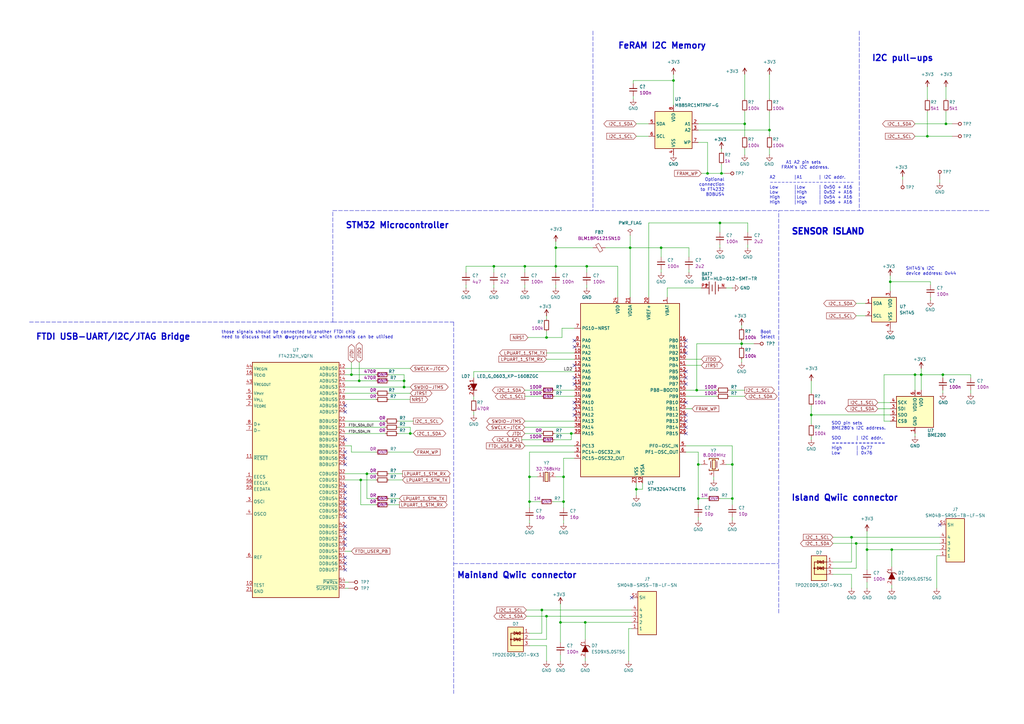
<source format=kicad_sch>
(kicad_sch (version 20211123) (generator eeschema)
  (paper "A3")
  (junction (at 202.565 109.22))
  (junction (at 150.495 194.31))
  (junction (at 144.145 153.67))
  (junction (at 286.385 190.5))
  (junction (at 227.965 109.22))
  (junction (at 165.735 156.21))
  (junction (at 315.595 53.34))
  (junction (at 365.76 225.425))
  (junction (at 387.985 50.8))
  (junction (at 271.145 101.6))
  (junction (at 231.14 205.74))
  (junction (at 258.445 101.6))
  (junction (at 305.435 50.8))
  (junction (at 375.285 153.67))
  (junction (at 240.03 255.27))
  (junction (at 300.355 204.47))
  (junction (at 227.965 101.6))
  (junction (at 260.985 200.66))
  (junction (at 295.275 91.44))
  (junction (at 224.155 138.43))
  (junction (at 365.125 115.57))
  (junction (at 377.825 153.67))
  (junction (at 222.25 250.19))
  (junction (at 300.355 190.5))
  (junction (at 224.155 252.73))
  (junction (at 147.955 196.85))
  (junction (at 215.265 109.22))
  (junction (at 351.155 222.885))
  (junction (at 217.17 205.74))
  (junction (at 386.715 153.67))
  (junction (at 168.275 177.8))
  (junction (at 295.91 71.12))
  (junction (at 217.17 195.58))
  (junction (at 231.14 195.58))
  (junction (at 240.665 109.22))
  (junction (at 349.25 220.345))
  (junction (at 380.365 55.88))
  (junction (at 355.6 225.425))
  (junction (at 276.225 33.02))
  (junction (at 332.74 170.18))
  (junction (at 304.165 140.97))
  (junction (at 234.315 177.8))
  (junction (at 165.735 158.75))
  (junction (at 290.195 71.12))
  (junction (at 147.32 156.21))
  (junction (at 229.87 255.27))
  (junction (at 286.385 204.47))
  (junction (at 285.75 160.02))
  (no_connect (at 141.605 199.39))
  (no_connect (at 141.605 201.93))
  (no_connect (at 281.305 152.4))
  (no_connect (at 141.605 220.98))
  (no_connect (at 235.585 165.1))
  (no_connect (at 281.305 172.72))
  (no_connect (at 141.605 215.9))
  (no_connect (at 281.305 144.78))
  (no_connect (at 235.585 149.86))
  (no_connect (at 235.585 142.24))
  (no_connect (at 141.605 209.55))
  (no_connect (at 141.605 218.44))
  (no_connect (at 235.585 157.48))
  (no_connect (at 259.08 245.11))
  (no_connect (at 281.305 154.94))
  (no_connect (at 235.585 170.18))
  (no_connect (at 385.445 215.265))
  (no_connect (at 281.305 170.18))
  (no_connect (at 141.605 231.14))
  (no_connect (at 141.605 166.37))
  (no_connect (at 141.605 187.96))
  (no_connect (at 235.585 167.64))
  (no_connect (at 281.305 142.24))
  (no_connect (at 281.305 177.8))
  (no_connect (at 141.605 212.09))
  (no_connect (at 141.605 180.34))
  (no_connect (at 141.605 185.42))
  (no_connect (at 281.305 175.26))
  (no_connect (at 281.305 139.7))
  (no_connect (at 141.605 228.6))
  (no_connect (at 281.305 157.48))
  (no_connect (at 141.605 190.5))
  (no_connect (at 141.605 207.01))
  (no_connect (at 141.605 233.68))
  (no_connect (at 235.585 139.7))
  (no_connect (at 141.605 168.91))
  (no_connect (at 141.605 223.52))
  (no_connect (at 235.585 154.94))
  (no_connect (at 141.605 204.47))
  (no_connect (at 281.305 165.1))
  (wire (pts (xy 377.825 153.67) (xy 377.825 160.02)))
  (wire (pts (xy 349.25 220.345) (xy 349.25 230.505)))
  (wire (pts (xy 281.305 182.88) (xy 300.355 182.88)))
  (wire (pts (xy 165.735 156.21) (xy 165.735 158.75)))
  (wire (pts (xy 263.525 200.66) (xy 260.985 200.66)))
  (wire (pts (xy 285.75 160.02) (xy 285.75 140.97)))
  (wire (pts (xy 273.685 118.11) (xy 273.685 121.92)))
  (wire (pts (xy 194.31 170.18) (xy 194.31 168.91)))
  (wire (pts (xy 355.6 225.425) (xy 355.6 233.68)))
  (wire (pts (xy 271.145 101.6) (xy 271.145 105.41)))
  (wire (pts (xy 235.585 134.62) (xy 230.505 134.62)))
  (wire (pts (xy 215.265 109.22) (xy 227.965 109.22)))
  (wire (pts (xy 224.155 271.145) (xy 224.155 264.795)))
  (polyline (pts (xy 243.205 12.7) (xy 243.205 86.36)))
  (wire (pts (xy 365.76 225.425) (xy 365.76 232.41)))
  (wire (pts (xy 217.17 195.58) (xy 217.17 205.74)))
  (wire (pts (xy 386.715 153.67) (xy 386.715 154.94)))
  (wire (pts (xy 375.285 153.67) (xy 362.585 153.67)))
  (wire (pts (xy 295.275 100.33) (xy 295.275 101.6)))
  (wire (pts (xy 286.385 50.8) (xy 305.435 50.8)))
  (wire (pts (xy 287.655 147.32) (xy 281.305 147.32)))
  (wire (pts (xy 271.145 101.6) (xy 282.575 101.6)))
  (wire (pts (xy 159.385 194.31) (xy 165.1 194.31)))
  (wire (pts (xy 227.965 101.6) (xy 243.205 101.6)))
  (wire (pts (xy 295.91 67.31) (xy 295.91 71.12)))
  (wire (pts (xy 290.195 71.12) (xy 295.91 71.12)))
  (wire (pts (xy 141.605 163.83) (xy 154.305 163.83)))
  (wire (pts (xy 248.285 101.6) (xy 258.445 101.6)))
  (wire (pts (xy 191.135 109.22) (xy 191.135 111.76)))
  (wire (pts (xy 295.275 204.47) (xy 300.355 204.47)))
  (wire (pts (xy 231.14 187.96) (xy 235.585 187.96)))
  (wire (pts (xy 240.665 116.84) (xy 240.665 118.11)))
  (wire (pts (xy 147.32 148.59) (xy 147.32 156.21)))
  (wire (pts (xy 380.365 45.72) (xy 380.365 55.88)))
  (wire (pts (xy 227.965 195.58) (xy 231.14 195.58)))
  (wire (pts (xy 282.575 110.49) (xy 282.575 111.76)))
  (wire (pts (xy 305.435 45.72) (xy 305.435 50.8)))
  (wire (pts (xy 144.145 185.42) (xy 144.145 182.88)))
  (wire (pts (xy 295.275 91.44) (xy 295.275 95.25)))
  (wire (pts (xy 159.385 153.67) (xy 165.735 153.67)))
  (wire (pts (xy 215.265 175.26) (xy 235.585 175.26)))
  (wire (pts (xy 297.815 118.11) (xy 300.355 118.11)))
  (wire (pts (xy 263.525 198.12) (xy 263.525 200.66)))
  (wire (pts (xy 365.125 115.57) (xy 365.125 119.38)))
  (wire (pts (xy 332.74 179.07) (xy 332.74 180.34)))
  (wire (pts (xy 227.965 109.22) (xy 240.665 109.22)))
  (wire (pts (xy 227.965 99.06) (xy 227.965 101.6)))
  (wire (pts (xy 147.955 207.01) (xy 154.305 207.01)))
  (wire (pts (xy 381.635 121.92) (xy 381.635 123.19)))
  (wire (pts (xy 253.365 109.22) (xy 253.365 121.92)))
  (wire (pts (xy 266.065 91.44) (xy 295.275 91.44)))
  (wire (pts (xy 235.585 185.42) (xy 217.17 185.42)))
  (wire (pts (xy 286.385 204.47) (xy 286.385 207.01)))
  (wire (pts (xy 234.315 177.8) (xy 235.585 177.8)))
  (wire (pts (xy 229.87 268.605) (xy 229.87 271.145)))
  (wire (pts (xy 215.9 250.19) (xy 222.25 250.19)))
  (wire (pts (xy 141.605 153.67) (xy 144.145 153.67)))
  (wire (pts (xy 141.605 161.29) (xy 154.305 161.29)))
  (wire (pts (xy 286.385 190.5) (xy 287.655 190.5)))
  (wire (pts (xy 271.145 110.49) (xy 271.145 111.76)))
  (wire (pts (xy 227.33 160.02) (xy 235.585 160.02)))
  (wire (pts (xy 260.985 50.8) (xy 266.065 50.8)))
  (wire (pts (xy 141.605 156.21) (xy 147.32 156.21)))
  (wire (pts (xy 217.17 205.74) (xy 221.615 205.74)))
  (wire (pts (xy 398.145 160.02) (xy 398.145 161.29)))
  (wire (pts (xy 163.195 175.26) (xy 168.275 175.26)))
  (wire (pts (xy 370.205 72.39) (xy 370.205 73.66)))
  (wire (pts (xy 287.655 71.12) (xy 290.195 71.12)))
  (wire (pts (xy 141.605 151.13) (xy 168.275 151.13)))
  (wire (pts (xy 387.985 40.64) (xy 387.985 35.56)))
  (wire (pts (xy 213.995 180.34) (xy 222.25 180.34)))
  (wire (pts (xy 141.605 194.31) (xy 150.495 194.31)))
  (wire (pts (xy 377.825 151.13) (xy 377.825 153.67)))
  (wire (pts (xy 266.065 91.44) (xy 266.065 121.92)))
  (wire (pts (xy 159.385 196.85) (xy 165.1 196.85)))
  (wire (pts (xy 360.045 165.1) (xy 365.125 165.1)))
  (wire (pts (xy 315.595 30.48) (xy 315.595 40.64)))
  (wire (pts (xy 285.75 160.02) (xy 281.305 160.02)))
  (wire (pts (xy 304.165 133.35) (xy 304.165 134.62)))
  (wire (pts (xy 144.145 185.42) (xy 154.305 185.42)))
  (wire (pts (xy 386.715 160.02) (xy 386.715 161.29)))
  (wire (pts (xy 271.145 101.6) (xy 258.445 101.6)))
  (wire (pts (xy 215.265 172.72) (xy 235.585 172.72)))
  (wire (pts (xy 215.265 116.84) (xy 215.265 118.11)))
  (wire (pts (xy 224.155 262.255) (xy 224.155 252.73)))
  (wire (pts (xy 194.31 152.4) (xy 194.31 154.94)))
  (wire (pts (xy 240.03 255.27) (xy 259.08 255.27)))
  (wire (pts (xy 285.75 140.97) (xy 304.165 140.97)))
  (wire (pts (xy 191.135 116.84) (xy 191.135 118.11)))
  (wire (pts (xy 227.33 180.34) (xy 234.315 180.34)))
  (wire (pts (xy 165.735 153.67) (xy 165.735 156.21)))
  (wire (pts (xy 227.965 109.22) (xy 227.965 111.76)))
  (wire (pts (xy 141.605 241.3) (xy 142.875 241.3)))
  (wire (pts (xy 360.045 167.64) (xy 365.125 167.64)))
  (wire (pts (xy 286.385 204.47) (xy 290.195 204.47)))
  (polyline (pts (xy 136.525 86.36) (xy 405.765 86.36)))
  (wire (pts (xy 222.25 250.19) (xy 222.25 259.715)))
  (wire (pts (xy 306.705 100.33) (xy 306.705 101.6)))
  (wire (pts (xy 315.595 45.72) (xy 315.595 53.34)))
  (wire (pts (xy 168.275 177.8) (xy 169.545 177.8)))
  (wire (pts (xy 234.315 180.34) (xy 234.315 177.8)))
  (wire (pts (xy 229.87 247.65) (xy 229.87 255.27)))
  (wire (pts (xy 384.175 227.965) (xy 384.175 241.3)))
  (wire (pts (xy 240.03 255.27) (xy 240.03 262.255)))
  (wire (pts (xy 259.715 39.37) (xy 259.715 40.64)))
  (wire (pts (xy 365.125 115.57) (xy 381.635 115.57)))
  (wire (pts (xy 351.155 222.885) (xy 385.445 222.885)))
  (wire (pts (xy 224.155 144.78) (xy 235.585 144.78)))
  (wire (pts (xy 306.705 91.44) (xy 306.705 95.25)))
  (wire (pts (xy 216.535 138.43) (xy 224.155 138.43)))
  (wire (pts (xy 217.17 259.715) (xy 222.25 259.715)))
  (wire (pts (xy 224.155 147.32) (xy 235.585 147.32)))
  (wire (pts (xy 365.76 241.3) (xy 365.76 240.03)))
  (wire (pts (xy 159.385 204.47) (xy 163.83 204.47)))
  (wire (pts (xy 305.435 30.48) (xy 305.435 40.64)))
  (wire (pts (xy 159.385 163.83) (xy 168.275 163.83)))
  (wire (pts (xy 215.9 252.73) (xy 224.155 252.73)))
  (wire (pts (xy 282.575 101.6) (xy 282.575 105.41)))
  (wire (pts (xy 381.635 115.57) (xy 381.635 116.84)))
  (wire (pts (xy 375.285 177.8) (xy 375.285 179.07)))
  (wire (pts (xy 375.285 55.88) (xy 380.365 55.88)))
  (wire (pts (xy 159.385 161.29) (xy 168.275 161.29)))
  (wire (pts (xy 287.655 149.86) (xy 281.305 149.86)))
  (wire (pts (xy 286.385 185.42) (xy 281.305 185.42)))
  (wire (pts (xy 141.605 226.06) (xy 144.145 226.06)))
  (wire (pts (xy 150.495 204.47) (xy 154.305 204.47)))
  (wire (pts (xy 163.195 177.8) (xy 168.275 177.8)))
  (wire (pts (xy 297.815 190.5) (xy 300.355 190.5)))
  (wire (pts (xy 215.265 162.56) (xy 222.25 162.56)))
  (wire (pts (xy 202.565 116.84) (xy 202.565 118.11)))
  (polyline (pts (xy 12.065 132.08) (xy 136.525 132.08)))
  (wire (pts (xy 222.25 250.19) (xy 259.08 250.19)))
  (wire (pts (xy 375.285 153.67) (xy 377.825 153.67)))
  (wire (pts (xy 375.285 50.8) (xy 387.985 50.8)))
  (wire (pts (xy 292.735 195.58) (xy 292.735 196.85)))
  (wire (pts (xy 258.445 101.6) (xy 258.445 121.92)))
  (wire (pts (xy 304.165 140.97) (xy 309.245 140.97)))
  (wire (pts (xy 215.265 109.22) (xy 215.265 111.76)))
  (wire (pts (xy 194.31 152.4) (xy 235.585 152.4)))
  (wire (pts (xy 240.665 109.22) (xy 240.665 111.76)))
  (wire (pts (xy 226.695 205.74) (xy 231.14 205.74)))
  (wire (pts (xy 290.195 58.42) (xy 290.195 71.12)))
  (wire (pts (xy 240.665 109.22) (xy 253.365 109.22)))
  (wire (pts (xy 217.17 262.255) (xy 224.155 262.255)))
  (wire (pts (xy 365.125 113.03) (xy 365.125 115.57)))
  (wire (pts (xy 227.965 116.84) (xy 227.965 118.11)))
  (wire (pts (xy 299.085 160.02) (xy 305.435 160.02)))
  (wire (pts (xy 141.605 158.75) (xy 165.735 158.75)))
  (wire (pts (xy 194.31 162.56) (xy 194.31 163.83)))
  (wire (pts (xy 341.63 235.585) (xy 349.25 235.585)))
  (wire (pts (xy 227.33 177.8) (xy 234.315 177.8)))
  (wire (pts (xy 286.385 58.42) (xy 290.195 58.42)))
  (wire (pts (xy 276.225 33.02) (xy 276.225 43.18)))
  (wire (pts (xy 159.385 156.21) (xy 165.735 156.21)))
  (wire (pts (xy 231.14 205.74) (xy 231.14 208.28)))
  (wire (pts (xy 147.955 207.01) (xy 147.955 196.85)))
  (wire (pts (xy 217.17 185.42) (xy 217.17 195.58)))
  (wire (pts (xy 304.165 140.97) (xy 304.165 142.24)))
  (wire (pts (xy 202.565 111.76) (xy 202.565 109.22)))
  (wire (pts (xy 260.985 198.12) (xy 260.985 200.66)))
  (wire (pts (xy 305.435 50.8) (xy 305.435 55.88)))
  (wire (pts (xy 260.985 55.88) (xy 266.065 55.88)))
  (wire (pts (xy 259.715 33.02) (xy 276.225 33.02)))
  (wire (pts (xy 355.6 238.76) (xy 355.6 241.3)))
  (wire (pts (xy 215.265 160.02) (xy 222.25 160.02)))
  (wire (pts (xy 341.63 233.045) (xy 351.155 233.045)))
  (wire (pts (xy 159.385 185.42) (xy 169.545 185.42)))
  (wire (pts (xy 259.715 34.29) (xy 259.715 33.02)))
  (wire (pts (xy 386.715 153.67) (xy 398.145 153.67)))
  (wire (pts (xy 141.605 196.85) (xy 147.955 196.85)))
  (wire (pts (xy 304.165 139.7) (xy 304.165 140.97)))
  (wire (pts (xy 281.305 162.56) (xy 294.005 162.56)))
  (wire (pts (xy 355.6 225.425) (xy 365.76 225.425)))
  (wire (pts (xy 258.445 96.52) (xy 258.445 101.6)))
  (wire (pts (xy 141.605 177.8) (xy 158.115 177.8)))
  (wire (pts (xy 375.285 153.67) (xy 375.285 160.02)))
  (wire (pts (xy 305.435 60.96) (xy 305.435 63.5)))
  (wire (pts (xy 276.225 30.48) (xy 276.225 33.02)))
  (wire (pts (xy 141.605 175.26) (xy 158.115 175.26)))
  (wire (pts (xy 349.25 220.345) (xy 385.445 220.345)))
  (wire (pts (xy 260.985 200.66) (xy 260.985 203.2)))
  (wire (pts (xy 362.585 172.72) (xy 365.125 172.72)))
  (wire (pts (xy 227.33 162.56) (xy 235.585 162.56)))
  (wire (pts (xy 231.14 187.96) (xy 231.14 195.58)))
  (wire (pts (xy 165.735 158.75) (xy 168.275 158.75)))
  (wire (pts (xy 299.085 162.56) (xy 305.435 162.56)))
  (wire (pts (xy 295.91 60.96) (xy 295.91 62.23)))
  (wire (pts (xy 341.63 230.505) (xy 349.25 230.505)))
  (wire (pts (xy 147.32 156.21) (xy 154.305 156.21)))
  (wire (pts (xy 287.655 118.11) (xy 273.685 118.11)))
  (wire (pts (xy 365.76 225.425) (xy 385.445 225.425)))
  (wire (pts (xy 300.355 212.09) (xy 300.355 213.36)))
  (wire (pts (xy 351.155 129.54) (xy 354.965 129.54)))
  (wire (pts (xy 286.385 53.34) (xy 315.595 53.34)))
  (wire (pts (xy 281.305 167.64) (xy 283.845 167.64)))
  (wire (pts (xy 286.385 185.42) (xy 286.385 190.5)))
  (wire (pts (xy 377.825 153.67) (xy 386.715 153.67)))
  (wire (pts (xy 380.365 55.88) (xy 390.525 55.88)))
  (polyline (pts (xy 319.405 251.46) (xy 319.405 86.36)))
  (wire (pts (xy 332.74 170.18) (xy 365.125 170.18)))
  (wire (pts (xy 150.495 204.47) (xy 150.495 194.31)))
  (wire (pts (xy 341.63 220.345) (xy 349.25 220.345)))
  (wire (pts (xy 315.595 53.34) (xy 315.595 55.88)))
  (wire (pts (xy 141.605 238.76) (xy 142.875 238.76)))
  (wire (pts (xy 380.365 40.64) (xy 380.365 35.56)))
  (wire (pts (xy 231.14 213.36) (xy 231.14 214.63)))
  (wire (pts (xy 285.75 160.02) (xy 294.005 160.02)))
  (wire (pts (xy 387.985 45.72) (xy 387.985 50.8)))
  (wire (pts (xy 144.145 182.88) (xy 141.605 182.88)))
  (wire (pts (xy 229.87 255.27) (xy 229.87 263.525)))
  (wire (pts (xy 224.155 264.795) (xy 217.17 264.795)))
  (polyline (pts (xy 352.425 12.7) (xy 352.425 86.36)))
  (wire (pts (xy 355.6 217.805) (xy 355.6 225.425)))
  (wire (pts (xy 231.14 195.58) (xy 231.14 205.74)))
  (wire (pts (xy 215.265 182.88) (xy 235.585 182.88)))
  (wire (pts (xy 332.74 156.21) (xy 332.74 161.29)))
  (polyline (pts (xy 136.525 132.08) (xy 136.525 86.36)))
  (wire (pts (xy 286.385 190.5) (xy 286.385 204.47)))
  (wire (pts (xy 144.145 148.59) (xy 144.145 153.67)))
  (wire (pts (xy 297.18 71.12) (xy 295.91 71.12)))
  (wire (pts (xy 385.445 74.93) (xy 385.445 73.66)))
  (wire (pts (xy 387.985 50.8) (xy 390.525 50.8)))
  (wire (pts (xy 224.155 252.73) (xy 259.08 252.73)))
  (wire (pts (xy 332.74 170.18) (xy 332.74 173.99)))
  (wire (pts (xy 300.355 182.88) (xy 300.355 190.5)))
  (wire (pts (xy 300.355 204.47) (xy 300.355 207.01)))
  (wire (pts (xy 150.495 194.31) (xy 154.305 194.31)))
  (polyline (pts (xy 186.055 231.14) (xy 319.405 231.14)))
  (wire (pts (xy 144.145 153.67) (xy 154.305 153.67)))
  (wire (pts (xy 398.145 153.67) (xy 398.145 154.94)))
  (polyline (pts (xy 186.055 132.08) (xy 186.055 284.48)))
  (wire (pts (xy 202.565 109.22) (xy 215.265 109.22)))
  (wire (pts (xy 332.74 166.37) (xy 332.74 170.18)))
  (wire (pts (xy 259.08 257.81) (xy 257.81 257.81)))
  (wire (pts (xy 257.81 257.81) (xy 257.81 271.145)))
  (wire (pts (xy 304.165 147.32) (xy 304.165 148.59)))
  (wire (pts (xy 191.135 109.22) (xy 202.565 109.22)))
  (wire (pts (xy 147.955 196.85) (xy 154.305 196.85)))
  (wire (pts (xy 230.505 134.62) (xy 230.505 138.43)))
  (wire (pts (xy 224.155 129.54) (xy 224.155 130.81)))
  (wire (pts (xy 224.155 135.89) (xy 224.155 138.43)))
  (wire (pts (xy 217.17 213.36) (xy 217.17 214.63)))
  (wire (pts (xy 240.03 269.875) (xy 240.03 271.145)))
  (wire (pts (xy 141.605 172.72) (xy 158.115 172.72)))
  (wire (pts (xy 295.275 91.44) (xy 306.705 91.44)))
  (wire (pts (xy 229.87 255.27) (xy 240.03 255.27)))
  (polyline (pts (xy 136.525 132.08) (xy 186.055 132.08)))
  (wire (pts (xy 351.155 124.46) (xy 354.965 124.46)))
  (wire (pts (xy 217.17 195.58) (xy 220.345 195.58)))
  (wire (pts (xy 362.585 153.67) (xy 362.585 172.72)))
  (wire (pts (xy 351.155 222.885) (xy 351.155 233.045)))
  (wire (pts (xy 217.17 205.74) (xy 217.17 208.28)))
  (wire (pts (xy 349.25 235.585) (xy 349.25 241.3)))
  (wire (pts (xy 315.595 60.96) (xy 315.595 63.5)))
  (wire (pts (xy 341.63 222.885) (xy 351.155 222.885)))
  (wire (pts (xy 385.445 227.965) (xy 384.175 227.965)))
  (wire (pts (xy 227.965 101.6) (xy 227.965 109.22)))
  (wire (pts (xy 230.505 138.43) (xy 224.155 138.43)))
  (wire (pts (xy 163.195 172.72) (xy 169.545 172.72)))
  (wire (pts (xy 286.385 212.09) (xy 286.385 213.36)))
  (wire (pts (xy 300.355 190.5) (xy 300.355 204.47)))
  (wire (pts (xy 159.385 207.01) (xy 163.83 207.01)))
  (wire (pts (xy 168.275 175.26) (xy 168.275 177.8)))
  (wire (pts (xy 215.265 177.8) (xy 222.25 177.8)))
  (text "FTDI USB-UART/I2C/JTAG Bridge" (at 14.605 139.7 0) (effects (font (size 2.5 2.5) (thickness 0.5) bold) (justify left bottom)))
  (text "those signals should be connected to another FTDI chip\nneed to discuss that with @wgryncewicz which channels can be utilised\n" (at 90.805 139.065 0) (effects (font (size 1.27 1.27)) (justify left bottom)))
  (text "SHT45's I2C \ndevice address: 0x44" (at 371.475 113.03 0) (effects (font (size 1.27 1.27)) (justify left bottom)))
  (text "Boot\nSelect" (at 311.785 139.065 0) (effects (font (size 1.27 1.27)) (justify left bottom)))
  (text "Island Qwiic connector" (at 324.485 205.74 0) (effects (font (size 2.5 2.5) (thickness 0.5) bold) (justify left bottom)))
  (text "FeRAM I2C Memory" (at 253.365 20.32 0) (effects (font (size 2.5 2.5) (thickness 0.5) bold) (justify left bottom)))
  (text "	  A1 A2 pin sets \n	FRAM's I2C address.\n\nA2  	|A1  	| I2C addr.\n----------------------\nLow		|Low 	| 0x50 + A16\nLow		|High	| 0x52 + A16\nHigh	|Low 	| 0x54 + A16\nHigh	|High	| 0x56 + A16" (at 315.595 83.82 0) (effects (font (size 1.27 1.27)) (justify left bottom)))
  (text "SENSOR ISLAND" (at 324.485 96.52 0) (effects (font (size 2.5 2.5) (thickness 0.6) bold) (justify left bottom)))
  (text "SDO pin sets \nBME280's I2C address.\n\nSDO		| I2C addr.\n======+=======\nHigh	| 0x77\nLow		| 0x76" (at 340.995 186.69 0) (effects (font (size 1.27 1.27)) (justify left bottom)))
  (text "Mainland Qwiic connector" (at 187.325 237.49 0) (effects (font (size 2.5 2.5) (thickness 0.5) bold) (justify left bottom)))
  (text "Optional\nconnection\nto FT4232\nBDBUS4" (at 297.18 80.645 180) (effects (font (size 1.27 1.27)) (justify right bottom)))
  (text "STM32 Microcontroller" (at 141.605 93.98 0) (effects (font (size 2.5 2.5) (thickness 0.5) bold) (justify left bottom)))
  (text "I2C pull-ups" (at 357.505 25.4 0) (effects (font (size 2.5 2.5) (thickness 0.5) bold) (justify left bottom)))
  (label "FTDI_SDA_IN" (at 142.875 177.8 0) (effects (font (size 1 1))))
  (label "LD2" (at 231.14 152.4 0))
  (label "FTDI_SDA_OUT" (at 142.875 175.26 0) (effects (font (size 1 1))))
  (global_label "I2C_1_SCL" (shape input) (at 375.285 55.88 180) (property "Intersheet References" "${INTERSHEET_REFS}" (effects hide)))
  (global_label "I2C_1_SCL" (shape output) (at 305.435 160.02 0) (property "Intersheet References" "${INTERSHEET_REFS}" (effects hide)))
  (global_label "NRST" (shape input) (at 216.535 138.43 180) (property "Intersheet References" "${INTERSHEET_REFS}" (effects hide)))
  (global_label "FRAM_WP" (shape input) (at 287.655 71.12 180) (property "Intersheet References" "${INTERSHEET_REFS}" (effects hide)))
  (global_label "JTRST" (shape bidirectional) (at 168.275 161.29 0) (property "Intersheet References" "${INTERSHEET_REFS}" (effects hide)))
  (global_label "FRAM_WP" (shape input) (at 169.545 185.42 0) (property "Intersheet References" "${INTERSHEET_REFS}" (effects hide)))
  (global_label "I2C_1_SCL" (shape input) (at 260.985 55.88 180) (property "Intersheet References" "${INTERSHEET_REFS}" (effects hide)))
  (global_label "I2C_1_SDA" (shape bidirectional) (at 351.155 124.46 180) (property "Intersheet References" "${INTERSHEET_REFS}" (effects hide)))
  (global_label "I2C_1_SDA" (shape bidirectional) (at 215.265 160.02 180) (property "Intersheet References" "${INTERSHEET_REFS}" (effects hide)))
  (global_label "I2C_1_SDA" (shape bidirectional) (at 360.045 167.64 180) (property "Intersheet References" "${INTERSHEET_REFS}" (effects hide)))
  (global_label "I2C_1_SDA" (shape bidirectional) (at 305.435 162.56 0) (property "Intersheet References" "${INTERSHEET_REFS}" (effects hide)))
  (global_label "SWDIO-JTMS" (shape bidirectional) (at 215.265 172.72 180) (property "Intersheet References" "${INTERSHEET_REFS}" (effects hide)))
  (global_label "I2C_1_SCL" (shape input) (at 360.045 165.1 180) (property "Intersheet References" "${INTERSHEET_REFS}" (effects hide)))
  (global_label "I2C_1_SCL" (shape input) (at 215.9 250.19 180) (property "Intersheet References" "${INTERSHEET_REFS}" (effects hide)))
  (global_label "I2C_1_SDA" (shape bidirectional) (at 341.63 222.885 180) (property "Intersheet References" "${INTERSHEET_REFS}" (effects hide)))
  (global_label "I2C_1_SCL" (shape input) (at 341.63 220.345 180) (property "Intersheet References" "${INTERSHEET_REFS}" (effects hide)))
  (global_label "LPUART_1_STM_RX" (shape output) (at 163.83 207.01 0) (property "Intersheet References" "${INTERSHEET_REFS}" (effects hide)))
  (global_label "JTRST" (shape bidirectional) (at 287.655 149.86 0) (property "Intersheet References" "${INTERSHEET_REFS}" (effects hide)))
  (global_label "I2C_1_SDA" (shape bidirectional) (at 169.545 177.8 0) (property "Intersheet References" "${INTERSHEET_REFS}" (effects hide)))
  (global_label "LPUART_1_STM_TX" (shape input) (at 163.83 204.47 0) (property "Intersheet References" "${INTERSHEET_REFS}" (effects hide)))
  (global_label "I2C_1_SCL" (shape output) (at 215.265 162.56 180) (property "Intersheet References" "${INTERSHEET_REFS}" (effects hide)))
  (global_label "I2C_1_SCL" (shape output) (at 213.995 180.34 180) (property "Intersheet References" "${INTERSHEET_REFS}" (effects hide)))
  (global_label "LPUART_1_STM_RX" (shape output) (at 165.1 194.31 0) (property "Intersheet References" "${INTERSHEET_REFS}" (effects hide)))
  (global_label "JTDO" (shape bidirectional) (at 287.655 147.32 0) (property "Intersheet References" "${INTERSHEET_REFS}" (effects hide)))
  (global_label "LPUART_1_STM_RX" (shape input) (at 224.155 147.32 180) (property "Intersheet References" "${INTERSHEET_REFS}" (effects hide)))
  (global_label "FTDI_USER_PB" (shape input) (at 144.145 226.06 0) (property "Intersheet References" "${INTERSHEET_REFS}" (effects hide)))
  (global_label "I2C_1_SDA" (shape bidirectional) (at 260.985 50.8 180) (property "Intersheet References" "${INTERSHEET_REFS}" (effects hide)))
  (global_label "LPUART_1_STM_TX" (shape input) (at 165.1 196.85 0) (property "Intersheet References" "${INTERSHEET_REFS}" (effects hide)))
  (global_label "LPUART_1_STM_TX" (shape output) (at 224.155 144.78 180) (property "Intersheet References" "${INTERSHEET_REFS}" (effects hide)))
  (global_label "I2C_1_SDA" (shape bidirectional) (at 375.285 50.8 180) (property "Intersheet References" "${INTERSHEET_REFS}" (effects hide)))
  (global_label "NRST" (shape output) (at 168.275 163.83 0) (property "Intersheet References" "${INTERSHEET_REFS}" (effects hide)))
  (global_label "I2C_1_SCL" (shape input) (at 351.155 129.54 180) (property "Intersheet References" "${INTERSHEET_REFS}" (effects hide)))
  (global_label "SWCLK-JTCK" (shape bidirectional) (at 168.275 151.13 0) (property "Intersheet References" "${INTERSHEET_REFS}" (effects hide)))
  (global_label "JTDI" (shape bidirectional) (at 144.145 148.59 90) (property "Intersheet References" "${INTERSHEET_REFS}" (effects hide)))
  (global_label "FTDI_USER_PB" (shape input) (at 215.265 182.88 180) (property "Intersheet References" "${INTERSHEET_REFS}" (effects hide)))
  (global_label "I2C_1_SDA" (shape bidirectional) (at 215.9 252.73 180) (property "Intersheet References" "${INTERSHEET_REFS}" (effects hide)))
  (global_label "SWDIO-JTMS" (shape bidirectional) (at 168.275 158.75 0) (property "Intersheet References" "${INTERSHEET_REFS}" (effects hide)))
  (global_label "I2C_1_SCL" (shape output) (at 169.545 172.72 0) (property "Intersheet References" "${INTERSHEET_REFS}" (effects hide)))
  (global_label "FRAM_WP" (shape input) (at 283.845 167.64 0) (property "Intersheet References" "${INTERSHEET_REFS}" (effects hide)))
  (global_label "SWCLK-JTCK" (shape bidirectional) (at 215.265 175.26 180) (property "Intersheet References" "${INTERSHEET_REFS}" (effects hide)))
  (global_label "JTDO" (shape bidirectional) (at 147.32 148.59 90) (property "Intersheet References" "${INTERSHEET_REFS}" (effects hide)))
  (global_label "JTDI" (shape bidirectional) (at 215.265 177.8 180) (property "Intersheet References" "${INTERSHEET_REFS}" (effects hide)))
  (symbol (lib_id "nuc-compute-cluster-environment-sensor:R_0R_0402") (at 158.115 175.26 0) (unit 1)
    (property "Reference" "R?" (at 165.1 173.99 0))
    (property "Value" "R_0R_0402" (effects hide))
    (property "Footprint" "nuc-compute-cluster-environment-sensor-footprints:R_0402_1005Metric" (effects hide))
    (property "Datasheet" "https://industrial.panasonic.com/cdbs/www-data/pdf/RDA0000/AOA0000C301.pdf" (effects hide))
    (property "Manufacturer" "Panasonic" (effects hide))
    (property "MPN" "ERJ2GE0R00X" (effects hide))
    (property "Val" "0R" (at 156.845 173.99 0))
    (property "License" "Apache-2.0" (effects hide))
    (property "Author" "Antmicro" (effects hide))
    (property "Current" "1A" (effects hide))
  )
  (symbol (lib_id "nuc-compute-cluster-environment-sensor:MB85RC1MTPNF-G") (at 286.385 43.18 0) (mirror y) (unit 1)
    (property "Reference" "U?" (at 276.7456 40.64 0) (effects (justify right)))
    (property "Value" "MB85RC1MTPNF-G" (at 276.7456 43.18 0) (effects (justify right)))
    (property "Footprint" "nuc-compute-cluster-environment-sensor-footprints:SOP-8_3.9x5.05mm_P1.27mm" (effects hide))
    (property "Datasheet" "https://www.fujitsu.com/jp/group/fsm/en/documents/products/feram/lineup/MB85RC1MT-DS501-00027-5v0-E.pdf" (effects hide))
    (property "MPN" "MB85RC1MTPNF-G-JNERE1" (effects hide))
    (property "Manufacturer" "Fujitsu Semiconductor" (effects hide))
    (property "Author" "Antmicro" (effects hide))
    (property "License" "Apache-2.0" (effects hide))
  )
  (symbol (lib_id "nuc-compute-cluster-environment-sensor:BME280") (at 365.125 160.02 0) (unit 1)
    (property "Reference" "U?" (at 380.365 176.53 0) (effects (justify left)))
    (property "Value" "BME280" (at 380.365 178.435 0) (effects (justify left)))
    (property "Footprint" "nuc-compute-cluster-environment-sensor-footprints:Pressure_Sensor_LGA-8_2.5x2.5mm_BME280" (effects hide))
    (property "Datasheet" "https://www.bosch-sensortec.com/media/boschsensortec/downloads/datasheets/bst-bme280-ds002.pdf" (effects hide))
    (property "MPN" "BME280" (effects hide))
    (property "Manufacturer" "Bosch Sensortec" (effects hide))
    (property "Author" "Antmicro" (effects hide))
    (property "License" "Apache-2.0" (effects hide))
  )
  (symbol (lib_id "nuc-compute-cluster-environment-sensor:FT4232H_VQFN") (at 100.965 151.13 0) (unit 1)
    (property "Reference" "U?" (at 121.285 143.51 0))
    (property "Value" "FT4232H_VQFN" (at 121.285 146.05 0))
    (property "Footprint" "nuc-compute-cluster-environment-sensor-footprints:QFN-56-1EP_8x8mm_P0.5mm" (effects hide))
    (property "Datasheet" "https://www.ftdichip.com/Support/Documents/DataSheets/ICs/DS_FT4232H.pdf" (effects hide))
    (property "Manufacturer" "FTDI" (effects hide))
    (property "MPN" "FT4232H-56Q-REEL" (effects hide))
    (property "Author" "Antmicro" (effects hide))
    (property "License" "Apache-2.0" (effects hide))
  )
  (symbol (lib_id "nuc-compute-cluster-environment-sensor:C_2u2_0402") (at 306.705 100.33 90) (unit 1)
    (property "Reference" "C?" (at 309.245 96.5135 90) (effects (justify right)))
    (property "Value" "C_2u2_0402" (effects hide))
    (property "Footprint" "nuc-compute-cluster-environment-sensor-footprints:C_0402_1005Metric" (effects hide))
    (property "Datasheet" " " (effects hide))
    (property "Manufacturer" "TDK" (effects hide))
    (property "MPN" "C1005X5R1A225K050BC" (effects hide))
    (property "Val" "2u2" (at 309.245 99.0535 90) (effects (justify right)))
    (property "License" "Apache-2.0" (effects hide))
    (property "Author" "Antmicro" (effects hide))
  )
  (symbol (lib_id "nuc-compute-cluster-environment-sensor:GND") (at 227.965 118.11 0) (unit 1)
    (property "Reference" "#PWR?" (effects hide))
    (property "Value" "GND" (at 229.87 121.92 0) (effects (justify right)))
    (property "Author" "Antmicro" (effects hide))
    (property "License" "Apache-2.0" (effects hide))
  )
  (symbol (lib_id "nuc-compute-cluster-environment-sensor:R_470R_0402") (at 159.385 153.67 180) (unit 1)
    (property "Reference" "R?" (at 160.655 152.4 0))
    (property "Value" "R_470R_0402" (effects hide))
    (property "Footprint" "nuc-compute-cluster-environment-sensor-footprints:R_0402_1005Metric" (effects hide))
    (property "Datasheet" "https://www.bourns.com/docs/product-datasheets/cr.pdf" (effects hide))
    (property "Manufacturer" "Bourns" (effects hide))
    (property "MPN" "CR0402-FX-4700GLF" (effects hide))
    (property "Val" "470R" (at 151.765 152.4 0))
    (property "DNP" "DNP" (at 156.845 153.67 0))
    (property "License" "Apache-2.0" (effects hide))
    (property "Author" "Antmicro" (effects hide))
    (property "Tolerance" "1%" (effects hide))
  )
  (symbol (lib_id "nuc-compute-cluster-environment-sensor:R_0R_0402") (at 158.115 172.72 0) (unit 1)
    (property "Reference" "R?" (at 165.1 171.45 0))
    (property "Value" "R_0R_0402" (effects hide))
    (property "Footprint" "nuc-compute-cluster-environment-sensor-footprints:R_0402_1005Metric" (effects hide))
    (property "Datasheet" "https://industrial.panasonic.com/cdbs/www-data/pdf/RDA0000/AOA0000C301.pdf" (effects hide))
    (property "Manufacturer" "Panasonic" (effects hide))
    (property "MPN" "ERJ2GE0R00X" (effects hide))
    (property "Val" "0R" (at 156.845 171.45 0))
    (property "License" "Apache-2.0" (effects hide))
    (property "Author" "Antmicro" (effects hide))
    (property "Current" "1A" (effects hide))
  )
  (symbol (lib_id "nuc-compute-cluster-environment-sensor:R_100R_0402") (at 227.33 160.02 0) (mirror y) (unit 1)
    (property "Reference" "R?" (at 229.235 158.75 0))
    (property "Value" "R_100R_0402" (effects hide))
    (property "Footprint" "nuc-compute-cluster-environment-sensor-footprints:R_0402_1005Metric" (effects hide))
    (property "Datasheet" "https://www.bourns.com/docs/product-datasheets/cr.pdf" (effects hide))
    (property "Manufacturer" "Bourns" (effects hide))
    (property "MPN" "CR0402-FX-1000GLF" (effects hide))
    (property "Val" "100R" (at 219.71 158.75 0))
    (property "DNP" "DNP" (at 224.79 160.02 0))
    (property "License" "Apache-2.0" (effects hide))
    (property "Author" "Antmicro" (effects hide))
    (property "Tolerance" "1%" (effects hide))
  )
  (symbol (lib_id "nuc-compute-cluster-environment-sensor:C_2u2_0402") (at 202.565 111.76 270) (unit 1)
    (property "Reference" "C?" (at 205.105 113.0362 90) (effects (justify left)))
    (property "Value" "C_2u2_0402" (effects hide))
    (property "Footprint" "nuc-compute-cluster-environment-sensor-footprints:C_0402_1005Metric" (effects hide))
    (property "Datasheet" " " (effects hide))
    (property "Manufacturer" "TDK" (effects hide))
    (property "MPN" "C1005X5R1A225K050BC" (effects hide))
    (property "Val" "2u2" (at 205.105 115.5762 90) (effects (justify left)))
    (property "License" "Apache-2.0" (effects hide))
    (property "Author" "Antmicro" (effects hide))
  )
  (symbol (lib_id "nuc-compute-cluster-environment-sensor:R_0R_0402") (at 222.25 177.8 0) (unit 1)
    (property "Reference" "R?" (at 229.235 176.53 0))
    (property "Value" "R_0R_0402" (effects hide))
    (property "Footprint" "nuc-compute-cluster-environment-sensor-footprints:R_0402_1005Metric" (effects hide))
    (property "Datasheet" "https://industrial.panasonic.com/cdbs/www-data/pdf/RDA0000/AOA0000C301.pdf" (effects hide))
    (property "Manufacturer" "Panasonic" (effects hide))
    (property "MPN" "ERJ2GE0R00X" (effects hide))
    (property "Val" "0R" (at 220.98 176.53 0))
    (property "License" "Apache-2.0" (effects hide))
    (property "Author" "Antmicro" (effects hide))
    (property "Current" "1A" (effects hide))
  )
  (symbol (lib_id "nuc-compute-cluster-environment-sensor:GND") (at 191.135 118.11 0) (unit 1)
    (property "Reference" "#PWR?" (effects hide))
    (property "Value" "GND" (at 191.135 121.92 0))
    (property "Author" "Antmicro" (effects hide))
    (property "License" "Apache-2.0" (effects hide))
  )
  (symbol (lib_id "nuc-compute-cluster-environment-sensor:TP_1mm_SMD") (at 142.875 238.76 0) (unit 1)
    (property "Reference" "TP?" (at 147.955 238.7599 0) (effects (justify left)))
    (property "Value" "TP_1mm_SMD" (effects hide))
    (property "Footprint" "nuc-compute-cluster-environment-sensor-footprints:Testpoint_smd_1mm" (effects hide))
    (property "Author" "Antmicro" (effects hide))
    (property "License" "Apache-2.0" (effects hide))
  )
  (symbol (lib_id "nuc-compute-cluster-environment-sensor:R_100k_0402") (at 305.435 60.96 270) (mirror x) (unit 1)
    (property "Reference" "R?" (at 306.705 57.15 90) (effects (justify left)))
    (property "Value" "R_100k_0402" (effects hide))
    (property "Footprint" "nuc-compute-cluster-environment-sensor-footprints:R_0402_1005Metric" (effects hide))
    (property "Datasheet" "https://www.bourns.com/docs/product-datasheets/cr.pdf" (effects hide))
    (property "Manufacturer" "Bourns" (effects hide))
    (property "MPN" "CR0402-FX-1003GLF" (effects hide))
    (property "Val" "100k" (at 306.705 59.69 90) (effects (justify left)))
    (property "License" "Apache-2.0" (effects hide))
    (property "Author" "Antmicro" (effects hide))
    (property "Tolerance" "1%" (effects hide))
  )
  (symbol (lib_id "nuc-compute-cluster-environment-sensor:C_10p_0402") (at 300.355 212.09 270) (mirror x) (unit 1)
    (property "Reference" "C?" (at 302.895 208.2735 90) (effects (justify left)))
    (property "Value" "C_10p_0402" (effects hide))
    (property "Footprint" "nuc-compute-cluster-environment-sensor-footprints:C_0402_1005Metric" (effects hide))
    (property "Datasheet" "https://search.murata.co.jp/Ceramy/image/img/A01X/G101/ENG/GCM1555C1H100GA16-01.pdf" (effects hide))
    (property "Manufacturer" "Murata" (effects hide))
    (property "MPN" "GCM1555C1H100GA16D" (effects hide))
    (property "Val" "10p" (at 302.895 210.8135 90) (effects (justify left)))
    (property "License" "Apache-2.0" (effects hide))
    (property "Author" "Antmicro" (effects hide))
    (property "Voltage" "50V" (effects hide))
    (property "Dielectric" "C0G" (effects hide))
  )
  (symbol (lib_id "nuc-compute-cluster-environment-sensor:ABM3B-8.000MHZ-10-1-U-T") (at 287.655 190.5 0) (unit 1)
    (property "Reference" "Y?" (at 291.465 184.785 0) (effects (justify left)))
    (property "Value" "ABM3B-8.000MHZ-10-1-U-T" (effects hide))
    (property "Footprint" "nuc-compute-cluster-environment-sensor-footprints:ABM3B" (effects hide))
    (property "Datasheet" "https://abracon.com/Resonators/abm3b.pdf" (effects hide))
    (property "MPN" "ABM3B-8.000MHZ-10-1-U-T" (effects hide))
    (property "Manufacturer" "Abracon" (effects hide))
    (property "Author" "Antmicro" (effects hide))
    (property "License" "Apache-2.0" (effects hide))
    (property "VAL" "8.000MHz" (at 288.29 186.69 0) (effects (justify left)))
  )
  (symbol (lib_id "nuc-compute-cluster-environment-sensor:+3V3") (at 365.125 113.03 0) (unit 1)
    (property "Reference" "#PWR?" (effects hide))
    (property "Value" "+3V3" (at 364.49 109.22 0))
    (property "Author" "Antmicro" (effects hide))
    (property "License" "Apache-2.0" (effects hide))
  )
  (symbol (lib_id "nuc-compute-cluster-environment-sensor:GND") (at 332.74 180.34 0) (mirror y) (unit 1)
    (property "Reference" "#PWR?" (effects hide))
    (property "Value" "GND" (at 332.74 184.15 0))
    (property "Author" "Antmicro" (effects hide))
    (property "License" "Apache-2.0" (effects hide))
  )
  (symbol (lib_id "nuc-compute-cluster-environment-sensor:R_100k_0402") (at 332.74 161.29 270) (unit 1)
    (property "Reference" "R?" (at 334.01 162.56 90) (effects (justify left)))
    (property "Value" "R_100k_0402" (effects hide))
    (property "Footprint" "nuc-compute-cluster-environment-sensor-footprints:R_0402_1005Metric" (effects hide))
    (property "Datasheet" "https://www.bourns.com/docs/product-datasheets/cr.pdf" (effects hide))
    (property "Manufacturer" "Bourns" (effects hide))
    (property "MPN" "CR0402-FX-1003GLF" (effects hide))
    (property "Val" "100k" (at 334.01 165.1 90) (effects (justify left)))
    (property "License" "Apache-2.0" (effects hide))
    (property "Author" "Antmicro" (effects hide))
    (property "Tolerance" "1%" (effects hide))
  )
  (symbol (lib_id "nuc-compute-cluster-environment-sensor:R_1k_0402") (at 295.91 67.31 90) (unit 1)
    (property "Reference" "R?" (at 297.18 63.5 90) (effects (justify right)))
    (property "Value" "R_1k_0402" (effects hide))
    (property "Footprint" "nuc-compute-cluster-environment-sensor-footprints:R_0402_1005Metric" (effects hide))
    (property "Datasheet" "https://www.bourns.com/docs/product-datasheets/cr.pdf" (effects hide))
    (property "Manufacturer" "Bourns" (effects hide))
    (property "MPN" "CR0402-FX-1001GLF" (effects hide))
    (property "Val" "1k" (at 297.18 66.04 90) (effects (justify right)))
    (property "License" "Apache-2.0" (effects hide))
    (property "Author" "Antmicro" (effects hide))
    (property "Tolerance" "1%" (effects hide))
  )
  (symbol (lib_id "nuc-compute-cluster-environment-sensor:SHT45") (at 354.965 119.38 0) (unit 1)
    (property "Reference" "U?" (at 368.935 125.7299 0) (effects (justify left)))
    (property "Value" "SHT45" (at 368.935 128.2699 0) (effects (justify left)))
    (property "Footprint" "nuc-compute-cluster-environment-sensor-footprints:Sensirion_DFN-4-1.5x1.5x0.5mm_P0.8mm" (effects hide))
    (property "Datasheet" "https://sensirion.com/products/catalog/SHT45/" (effects hide))
    (property "Manufacturer" "Sensirion" (effects hide))
    (property "MPN" "SHT45-AD1B-R2" (effects hide))
    (property "Author" "Antmicro" (effects hide))
    (property "License" "Apache-2.0" (effects hide))
  )
  (symbol (lib_id "nuc-compute-cluster-environment-sensor:GND") (at 286.385 213.36 0) (mirror y) (unit 1)
    (property "Reference" "#PWR?" (effects hide))
    (property "Value" "GND" (at 286.385 217.17 0))
    (property "Author" "Antmicro" (effects hide))
    (property "License" "Apache-2.0" (effects hide))
  )
  (symbol (lib_id "nuc-compute-cluster-environment-sensor:STM32G474CET6") (at 235.585 121.92 0) (unit 1)
    (property "Reference" "U?" (at 265.5444 198.12 0) (effects (justify left)))
    (property "Value" "STM32G474CET6" (at 265.5444 200.66 0) (effects (justify left)))
    (property "Footprint" "nuc-compute-cluster-environment-sensor-footprints:LQFP-48_B7x7mm_P0.5mm_0.20mmPadPadClearance_Pad0.30x1.20mm" (effects hide))
    (property "Datasheet" "https://www.st.com/resource/en/datasheet/stm32g474ce.pdf" (effects hide))
    (property "MPN" "STM32G474CET6" (effects hide))
    (property "Manufacturer" "STMicroelectronics" (effects hide))
    (property "License" "Apache-2.0" (effects hide))
    (property "Author" "Antmicro" (effects hide))
  )
  (symbol (lib_id "nuc-compute-cluster-environment-sensor:C_100n_0402") (at 386.715 160.02 90) (unit 1)
    (property "Reference" "C?" (at 389.255 156.2035 90) (effects (justify right)))
    (property "Value" "C_100n_0402" (effects hide))
    (property "Footprint" "nuc-compute-cluster-environment-sensor-footprints:C_0402_1005Metric" (effects hide))
    (property "Datasheet" "https://search.murata.co.jp/Ceramy/image/img/A01X/G101/ENG/GRM155R61H104KE14-01.pdf" (effects hide))
    (property "Manufacturer" "Murata" (effects hide))
    (property "MPN" "GRM155R61H104KE14D" (effects hide))
    (property "Val" "100n" (at 389.255 158.7435 90) (effects (justify right)))
    (property "License" "Apache-2.0" (effects hide))
    (property "Author" "Antmicro" (effects hide))
    (property "Voltage" "50V" (effects hide))
    (property "Dielectric" "X5R" (effects hide))
  )
  (symbol (lib_id "nuc-compute-cluster-environment-sensor:GND") (at 217.17 214.63 0) (unit 1)
    (property "Reference" "#PWR?" (effects hide))
    (property "Value" "GND" (at 217.17 218.44 0))
    (property "Author" "Antmicro" (effects hide))
    (property "License" "Apache-2.0" (effects hide))
  )
  (symbol (lib_id "nuc-compute-cluster-environment-sensor:C_100n_0402") (at 381.635 116.84 270) (unit 1)
    (property "Reference" "C?" (at 384.175 118.1162 90) (effects (justify left)))
    (property "Value" "C_100n_0402" (effects hide))
    (property "Footprint" "nuc-compute-cluster-environment-sensor-footprints:C_0402_1005Metric" (effects hide))
    (property "Datasheet" "https://search.murata.co.jp/Ceramy/image/img/A01X/G101/ENG/GRM155R61H104KE14-01.pdf" (effects hide))
    (property "Manufacturer" "Murata" (effects hide))
    (property "MPN" "GRM155R61H104KE14D" (effects hide))
    (property "Val" "100n" (at 384.175 120.6562 90) (effects (justify left)))
    (property "License" "Apache-2.0" (effects hide))
    (property "Author" "Antmicro" (effects hide))
    (property "Voltage" "50V" (effects hide))
    (property "Dielectric" "X5R" (effects hide))
  )
  (symbol (lib_id "nuc-compute-cluster-environment-sensor:R_100R_0402") (at 294.005 162.56 0) (unit 1)
    (property "Reference" "R?" (at 300.99 161.29 0))
    (property "Value" "R_100R_0402" (effects hide))
    (property "Footprint" "nuc-compute-cluster-environment-sensor-footprints:R_0402_1005Metric" (effects hide))
    (property "Datasheet" "https://www.bourns.com/docs/product-datasheets/cr.pdf" (effects hide))
    (property "Manufacturer" "Bourns" (effects hide))
    (property "MPN" "CR0402-FX-1000GLF" (effects hide))
    (property "Val" "100R" (at 291.465 161.29 0))
    (property "License" "Apache-2.0" (effects hide))
    (property "Author" "Antmicro" (effects hide))
    (property "Tolerance" "1%" (effects hide))
  )
  (symbol (lib_id "nuc-compute-cluster-environment-sensor:R_0R_0402") (at 154.305 194.31 0) (unit 1)
    (property "Reference" "R?" (at 161.29 193.04 0))
    (property "Value" "R_0R_0402" (effects hide))
    (property "Footprint" "nuc-compute-cluster-environment-sensor-footprints:R_0402_1005Metric" (effects hide))
    (property "Datasheet" "https://industrial.panasonic.com/cdbs/www-data/pdf/RDA0000/AOA0000C301.pdf" (effects hide))
    (property "Manufacturer" "Panasonic" (effects hide))
    (property "MPN" "ERJ2GE0R00X" (effects hide))
    (property "Val" "0R" (at 153.035 193.04 0))
    (property "License" "Apache-2.0" (effects hide))
    (property "Author" "Antmicro" (effects hide))
    (property "Current" "1A" (effects hide))
  )
  (symbol (lib_id "nuc-compute-cluster-environment-sensor:R_100R_0402") (at 294.005 160.02 0) (unit 1)
    (property "Reference" "R?" (at 300.99 158.75 0))
    (property "Value" "R_100R_0402" (effects hide))
    (property "Footprint" "nuc-compute-cluster-environment-sensor-footprints:R_0402_1005Metric" (effects hide))
    (property "Datasheet" "https://www.bourns.com/docs/product-datasheets/cr.pdf" (effects hide))
    (property "Manufacturer" "Bourns" (effects hide))
    (property "MPN" "CR0402-FX-1000GLF" (effects hide))
    (property "Val" "100R" (at 291.465 158.75 0))
    (property "License" "Apache-2.0" (effects hide))
    (property "Author" "Antmicro" (effects hide))
    (property "Tolerance" "1%" (effects hide))
  )
  (symbol (lib_id "nuc-compute-cluster-environment-sensor:R_100k_0402") (at 305.435 45.72 270) (mirror x) (unit 1)
    (property "Reference" "R?" (at 306.705 41.91 90) (effects (justify left)))
    (property "Value" "R_100k_0402" (effects hide))
    (property "Footprint" "nuc-compute-cluster-environment-sensor-footprints:R_0402_1005Metric" (effects hide))
    (property "Datasheet" "https://www.bourns.com/docs/product-datasheets/cr.pdf" (effects hide))
    (property "Manufacturer" "Bourns" (effects hide))
    (property "MPN" "CR0402-FX-1003GLF" (effects hide))
    (property "Val" "100k" (at 306.705 44.45 90) (effects (justify left)))
    (property "License" "Apache-2.0" (effects hide))
    (property "Author" "Antmicro" (effects hide))
    (property "Tolerance" "1%" (effects hide))
  )
  (symbol (lib_id "nuc-compute-cluster-environment-sensor:+3V3") (at 305.435 30.48 0) (mirror y) (unit 1)
    (property "Reference" "#PWR?" (effects hide))
    (property "Value" "+3V3" (at 302.895 29.2099 0) (effects (justify left)))
    (property "Author" "Antmicro" (effects hide))
    (property "License" "Apache-2.0" (effects hide))
  )
  (symbol (lib_id "nuc-compute-cluster-environment-sensor:TP_1mm_SMD") (at 390.525 50.8 0) (unit 1)
    (property "Reference" "TP?" (at 394.97 50.8 0) (effects (justify left)))
    (property "Value" "TP_1mm_SMD" (effects hide))
    (property "Footprint" "nuc-compute-cluster-environment-sensor-footprints:Testpoint_smd_1mm" (effects hide))
    (property "Author" "Antmicro" (effects hide))
    (property "License" "Apache-2.0" (effects hide))
  )
  (symbol (lib_id "nuc-compute-cluster-environment-sensor:GND") (at 398.145 161.29 0) (mirror y) (unit 1)
    (property "Reference" "#PWR?" (effects hide))
    (property "Value" "GND" (at 398.145 165.1 0))
    (property "Author" "Antmicro" (effects hide))
    (property "License" "Apache-2.0" (effects hide))
  )
  (symbol (lib_id "nuc-compute-cluster-environment-sensor:C_100n_0402") (at 240.665 116.84 270) (mirror x) (unit 1)
    (property "Reference" "C?" (at 243.205 113.0235 90) (effects (justify left)))
    (property "Value" "C_100n_0402" (effects hide))
    (property "Footprint" "nuc-compute-cluster-environment-sensor-footprints:C_0402_1005Metric" (effects hide))
    (property "Datasheet" "https://search.murata.co.jp/Ceramy/image/img/A01X/G101/ENG/GRM155R61H104KE14-01.pdf" (effects hide))
    (property "Manufacturer" "Murata" (effects hide))
    (property "MPN" "GRM155R61H104KE14D" (effects hide))
    (property "Val" "100n" (at 243.205 115.5635 90) (effects (justify left)))
    (property "License" "Apache-2.0" (effects hide))
    (property "Author" "Antmicro" (effects hide))
    (property "Voltage" "50V" (effects hide))
    (property "Dielectric" "X5R" (effects hide))
  )
  (symbol (lib_id "nuc-compute-cluster-environment-sensor:R_0R_0402") (at 154.305 207.01 0) (unit 1)
    (property "Reference" "R?" (at 161.29 205.74 0))
    (property "Value" "R_0R_0402" (effects hide))
    (property "Footprint" "nuc-compute-cluster-environment-sensor-footprints:R_0402_1005Metric" (effects hide))
    (property "Datasheet" "https://industrial.panasonic.com/cdbs/www-data/pdf/RDA0000/AOA0000C301.pdf" (effects hide))
    (property "Manufacturer" "Panasonic" (effects hide))
    (property "MPN" "ERJ2GE0R00X" (effects hide))
    (property "Val" "0R" (at 153.035 205.74 0))
    (property "DNP" "DNP" (at 156.845 207.01 0))
    (property "License" "Apache-2.0" (effects hide))
    (property "Author" "Antmicro" (effects hide))
    (property "Current" "1A" (effects hide))
  )
  (symbol (lib_id "nuc-compute-cluster-environment-sensor:C_100n_0402") (at 295.275 95.25 270) (unit 1)
    (property "Reference" "C?" (at 297.815 96.5262 90) (effects (justify left)))
    (property "Value" "C_100n_0402" (effects hide))
    (property "Footprint" "nuc-compute-cluster-environment-sensor-footprints:C_0402_1005Metric" (effects hide))
    (property "Datasheet" "https://search.murata.co.jp/Ceramy/image/img/A01X/G101/ENG/GRM155R61H104KE14-01.pdf" (effects hide))
    (property "Manufacturer" "Murata" (effects hide))
    (property "MPN" "GRM155R61H104KE14D" (effects hide))
    (property "Val" "100n" (at 297.815 99.0662 90) (effects (justify left)))
    (property "License" "Apache-2.0" (effects hide))
    (property "Author" "Antmicro" (effects hide))
    (property "Voltage" "50V" (effects hide))
    (property "Dielectric" "X5R" (effects hide))
  )
  (symbol (lib_id "nuc-compute-cluster-environment-sensor:TP_1mm_SMD") (at 309.245 140.97 0) (unit 1)
    (property "Reference" "TP?" (at 314.325 140.9699 0) (effects (justify left)))
    (property "Value" "TP_1mm_SMD" (effects hide))
    (property "Footprint" "nuc-compute-cluster-environment-sensor-footprints:Testpoint_smd_1mm" (effects hide))
    (property "Author" "Antmicro" (effects hide))
    (property "License" "Apache-2.0" (effects hide))
  )
  (symbol (lib_id "nuc-compute-cluster-environment-sensor:GND") (at 202.565 118.11 0) (unit 1)
    (property "Reference" "#PWR?" (effects hide))
    (property "Value" "GND" (at 202.565 121.92 0))
    (property "Author" "Antmicro" (effects hide))
    (property "License" "Apache-2.0" (effects hide))
  )
  (symbol (lib_id "nuc-compute-cluster-environment-sensor:+3V3") (at 276.225 30.48 0) (mirror y) (unit 1)
    (property "Reference" "#PWR?" (effects hide))
    (property "Value" "+3V3" (at 276.225 25.4 0))
    (property "Author" "Antmicro" (effects hide))
    (property "License" "Apache-2.0" (effects hide))
  )
  (symbol (lib_id "nuc-compute-cluster-environment-sensor:+3V3") (at 315.595 30.48 0) (mirror y) (unit 1)
    (property "Reference" "#PWR?" (effects hide))
    (property "Value" "+3V3" (at 315.595 25.4 0))
    (property "Author" "Antmicro" (effects hide))
    (property "License" "Apache-2.0" (effects hide))
  )
  (symbol (lib_id "nuc-compute-cluster-environment-sensor:TP_1mm_SMD") (at 390.525 55.88 0) (unit 1)
    (property "Reference" "TP?" (at 394.97 55.88 0) (effects (justify left)))
    (property "Value" "TP_1mm_SMD" (effects hide))
    (property "Footprint" "nuc-compute-cluster-environment-sensor-footprints:Testpoint_smd_1mm" (effects hide))
    (property "Author" "Antmicro" (effects hide))
    (property "License" "Apache-2.0" (effects hide))
  )
  (symbol (lib_id "nuc-compute-cluster-environment-sensor:C_4u7_0402") (at 191.135 116.84 90) (unit 1)
    (property "Reference" "C?" (at 193.675 113.0235 90) (effects (justify right)))
    (property "Value" "C_4u7_0402" (effects hide))
    (property "Footprint" "nuc-compute-cluster-environment-sensor-footprints:C_0402_1005Metric" (effects hide))
    (property "Datasheet" " " (effects hide))
    (property "Manufacturer" "Murata" (effects hide))
    (property "MPN" "GRM155R61A475MEAAD" (effects hide))
    (property "Val" "4u7" (at 193.675 115.5635 90) (effects (justify right)))
    (property "License" "Apache-2.0" (effects hide))
    (property "Author" "Antmicro" (effects hide))
  )
  (symbol (lib_id "nuc-compute-cluster-environment-sensor:GND") (at 300.355 118.11 90) (unit 1)
    (property "Reference" "#PWR?" (effects hide))
    (property "Value" "GND" (at 303.53 118.11 90) (effects (justify right)))
    (property "Author" "Antmicro" (effects hide))
    (property "License" "Apache-2.0" (effects hide))
  )
  (symbol (lib_id "nuc-compute-cluster-environment-sensor:C_10p_0402") (at 286.385 212.09 270) (mirror x) (unit 1)
    (property "Reference" "C?" (at 288.925 208.2735 90) (effects (justify left)))
    (property "Value" "C_10p_0402" (effects hide))
    (property "Footprint" "nuc-compute-cluster-environment-sensor-footprints:C_0402_1005Metric" (effects hide))
    (property "Datasheet" "https://search.murata.co.jp/Ceramy/image/img/A01X/G101/ENG/GCM1555C1H100GA16-01.pdf" (effects hide))
    (property "Manufacturer" "Murata" (effects hide))
    (property "MPN" "GCM1555C1H100GA16D" (effects hide))
    (property "Val" "10p" (at 288.925 210.8135 90) (effects (justify left)))
    (property "License" "Apache-2.0" (effects hide))
    (property "Author" "Antmicro" (effects hide))
    (property "Voltage" "50V" (effects hide))
    (property "Dielectric" "C0G" (effects hide))
  )
  (symbol (lib_id "nuc-compute-cluster-environment-sensor:BAT-HLD-012-SMT-TR") (at 286.385 118.11 90) (unit 1)
    (property "Reference" "BAT?" (at 287.655 112.395 90) (effects (justify right)))
    (property "Value" "BAT-HLD-012-SMT-TR" (at 287.655 114.3 90) (effects (justify right)))
    (property "Footprint" "nuc-compute-cluster-environment-sensor-footprints:BAT_BAT-HLD-012-SMT-TR" (effects hide))
    (property "Datasheet" "https://www.snapeda.com/parts/BAT-HLD-012-SMT-TR/Linx/datasheet/" (effects hide))
    (property "MPN" "BAT-HLD-012-SMT-TR" (effects hide))
    (property "Manufacturer" "Linx" (effects hide))
    (property "License" "Apache-2.0" (effects hide))
    (property "Author" "Antmicro" (effects hide))
  )
  (symbol (lib_id "nuc-compute-cluster-environment-sensor:+3V3") (at 377.825 151.13 0) (mirror y) (unit 1)
    (property "Reference" "#PWR?" (effects hide))
    (property "Value" "+3V3" (at 377.19 147.32 0))
    (property "Author" "Antmicro" (effects hide))
    (property "License" "Apache-2.0" (effects hide))
  )
  (symbol (lib_id "nuc-compute-cluster-environment-sensor:R_100k_0402") (at 224.155 135.89 90) (unit 1)
    (property "Reference" "R?" (at 222.885 132.08 90) (effects (justify left)))
    (property "Value" "R_100k_0402" (effects hide))
    (property "Footprint" "nuc-compute-cluster-environment-sensor-footprints:R_0402_1005Metric" (effects hide))
    (property "Datasheet" "https://www.bourns.com/docs/product-datasheets/cr.pdf" (effects hide))
    (property "Manufacturer" "Bourns" (effects hide))
    (property "MPN" "CR0402-FX-1003GLF" (effects hide))
    (property "Val" "100k" (at 222.885 134.62 90) (effects (justify left)))
    (property "License" "Apache-2.0" (effects hide))
    (property "Author" "Antmicro" (effects hide))
    (property "Tolerance" "1%" (effects hide))
  )
  (symbol (lib_id "nuc-compute-cluster-environment-sensor:+3V3") (at 355.6 217.805 0) (mirror y) (unit 1)
    (property "Reference" "#PWR?" (effects hide))
    (property "Value" "+3V3" (at 355.6 212.725 0))
    (property "Author" "Antmicro" (effects hide))
    (property "License" "Apache-2.0" (effects hide))
  )
  (symbol (lib_id "nuc-compute-cluster-environment-sensor:+3V3") (at 224.155 129.54 0) (unit 1)
    (property "Reference" "#PWR?" (effects hide))
    (property "Value" "+3V3" (at 223.52 125.73 0))
    (property "Author" "Antmicro" (effects hide))
    (property "License" "Apache-2.0" (effects hide))
  )
  (symbol (lib_id "nuc-compute-cluster-environment-sensor:GND") (at 240.665 118.11 0) (unit 1)
    (property "Reference" "#PWR?" (effects hide))
    (property "Value" "GND" (at 240.665 121.92 0))
    (property "Author" "Antmicro" (effects hide))
    (property "License" "Apache-2.0" (effects hide))
  )
  (symbol (lib_id "nuc-compute-cluster-environment-sensor:GND") (at 194.31 170.18 0) (mirror y) (unit 1)
    (property "Reference" "#PWR?" (effects hide))
    (property "Value" "GND" (at 194.31 173.99 0))
    (property "Author" "Antmicro" (effects hide))
    (property "License" "Apache-2.0" (effects hide))
  )
  (symbol (lib_id "nuc-compute-cluster-environment-sensor:GND") (at 365.125 134.62 0) (mirror y) (unit 1)
    (property "Reference" "#PWR?" (effects hide))
    (property "Value" "GND" (at 365.125 138.43 0))
    (property "Author" "Antmicro" (effects hide))
    (property "License" "Apache-2.0" (effects hide))
  )
  (symbol (lib_id "nuc-compute-cluster-environment-sensor:R_1M_0402") (at 221.615 205.74 0) (unit 1)
    (property "Reference" "R?" (at 228.6 204.47 0))
    (property "Value" "R_1M_0402" (effects hide))
    (property "Footprint" "nuc-compute-cluster-environment-sensor-footprints:R_0402_1005Metric" (effects hide))
    (property "Datasheet" "https://www.bourns.com/docs/product-datasheets/cr.pdf" (effects hide))
    (property "Manufacturer" "Bourns" (effects hide))
    (property "MPN" "CR0402-FX-1004GLF" (effects hide))
    (property "Val" "1M" (at 220.345 204.47 0))
    (property "DNP" "DNP" (at 224.155 205.74 0))
    (property "License" "Apache-2.0" (effects hide))
    (property "Author" "Antmicro" (effects hide))
    (property "Tolerance" "1%" (effects hide))
  )
  (symbol (lib_id "nuc-compute-cluster-environment-sensor:GND") (at 305.435 63.5 0) (mirror y) (unit 1)
    (property "Reference" "#PWR?" (effects hide))
    (property "Value" "GND" (at 305.435 67.31 0))
    (property "Author" "Antmicro" (effects hide))
    (property "License" "Apache-2.0" (effects hide))
  )
  (symbol (lib_id "nuc-compute-cluster-environment-sensor:GND") (at 276.225 63.5 0) (mirror y) (unit 1)
    (property "Reference" "#PWR?" (effects hide))
    (property "Value" "GND" (at 276.225 67.31 0))
    (property "Author" "Antmicro" (effects hide))
    (property "License" "Apache-2.0" (effects hide))
  )
  (symbol (lib_id "nuc-compute-cluster-environment-sensor:R_0R_0402") (at 154.305 185.42 0) (unit 1)
    (property "Reference" "R?" (at 161.29 184.15 0))
    (property "Value" "R_0R_0402" (effects hide))
    (property "Footprint" "nuc-compute-cluster-environment-sensor-footprints:R_0402_1005Metric" (effects hide))
    (property "Datasheet" "https://industrial.panasonic.com/cdbs/www-data/pdf/RDA0000/AOA0000C301.pdf" (effects hide))
    (property "Manufacturer" "Panasonic" (effects hide))
    (property "MPN" "ERJ2GE0R00X" (effects hide))
    (property "Val" "0R" (at 153.035 184.15 0))
    (property "DNP" "DNP" (at 156.845 185.42 0))
    (property "License" "Apache-2.0" (effects hide))
    (property "Author" "Antmicro" (effects hide))
    (property "Current" "1A" (effects hide))
  )
  (symbol (lib_id "nuc-compute-cluster-environment-sensor:SM04B-SRSS-TB-LF-SN") (at 385.445 227.965 0) (mirror x) (unit 1)
    (property "Reference" "J?" (at 391.795 208.915 0))
    (property "Value" "SM04B-SRSS-TB-LF-SN" (at 391.795 211.455 0))
    (property "Footprint" "nuc-compute-cluster-environment-sensor-footprints:SM04B-SRSS-TB-LF-SN" (effects hide))
    (property "Datasheet" "https://www.jst-mfg.com/product/pdf/eng/eSH.pdf" (effects hide))
    (property "MPN" "SM04B-SRSS-TB(LF)(SN)" (effects hide))
    (property "Manufacturer" "JST" (effects hide))
    (property "Author" "Antmicro" (effects hide))
    (property "License" "Apache-2.0" (effects hide))
  )
  (symbol (lib_id "nuc-compute-cluster-environment-sensor:R_100k_0402") (at 315.595 60.96 270) (mirror x) (unit 1)
    (property "Reference" "R?" (at 316.865 57.15 90) (effects (justify left)))
    (property "Value" "R_100k_0402" (effects hide))
    (property "Footprint" "nuc-compute-cluster-environment-sensor-footprints:R_0402_1005Metric" (effects hide))
    (property "Datasheet" "https://www.bourns.com/docs/product-datasheets/cr.pdf" (effects hide))
    (property "Manufacturer" "Bourns" (effects hide))
    (property "MPN" "CR0402-FX-1003GLF" (effects hide))
    (property "Val" "100k" (at 316.865 59.69 90) (effects (justify left)))
    (property "License" "Apache-2.0" (effects hide))
    (property "Author" "Antmicro" (effects hide))
    (property "Tolerance" "1%" (effects hide))
  )
  (symbol (lib_id "nuc-compute-cluster-environment-sensor:R_100R_0402") (at 227.33 180.34 180) (unit 1)
    (property "Reference" "R?" (at 229.235 179.07 0))
    (property "Value" "R_100R_0402" (effects hide))
    (property "Footprint" "nuc-compute-cluster-environment-sensor-footprints:R_0402_1005Metric" (effects hide))
    (property "Datasheet" "https://www.bourns.com/docs/product-datasheets/cr.pdf" (effects hide))
    (property "Manufacturer" "Bourns" (effects hide))
    (property "MPN" "CR0402-FX-1000GLF" (effects hide))
    (property "Val" "100R" (at 219.71 179.07 0))
    (property "DNP" "DNP" (at 224.79 180.34 0))
    (property "License" "Apache-2.0" (effects hide))
    (property "Author" "Antmicro" (effects hide))
    (property "Tolerance" "1%" (effects hide))
  )
  (symbol (lib_id "nuc-compute-cluster-environment-sensor:C_100n_0402") (at 355.6 233.68 270) (unit 1)
    (property "Reference" "C?" (at 358.14 234.9562 90) (effects (justify left)))
    (property "Value" "C_100n_0402" (effects hide))
    (property "Footprint" "nuc-compute-cluster-environment-sensor-footprints:C_0402_1005Metric" (effects hide))
    (property "Datasheet" "https://search.murata.co.jp/Ceramy/image/img/A01X/G101/ENG/GRM155R61H104KE14-01.pdf" (effects hide))
    (property "Manufacturer" "Murata" (effects hide))
    (property "MPN" "GRM155R61H104KE14D" (effects hide))
    (property "Val" "100n" (at 358.14 237.4962 90) (effects (justify left)))
    (property "License" "Apache-2.0" (effects hide))
    (property "Author" "Antmicro" (effects hide))
    (property "Voltage" "50V" (effects hide))
    (property "Dielectric" "X5R" (effects hide))
  )
  (symbol (lib_id "nuc-compute-cluster-environment-sensor:GND") (at 260.985 203.2 0) (mirror y) (unit 1)
    (property "Reference" "#PWR?" (effects hide))
    (property "Value" "GND" (at 260.985 207.01 0))
    (property "Author" "Antmicro" (effects hide))
    (property "License" "Apache-2.0" (effects hide))
  )
  (symbol (lib_id "nuc-compute-cluster-environment-sensor:TPD2E009_SOT-9X3") (at 341.63 230.505 0) (mirror y) (unit 1)
    (property "Reference" "D?" (at 337.185 226.695 0) (effects (justify left)))
    (property "Value" "TPD2E009_SOT-9X3" (at 345.44 240.03 0) (effects (justify left)))
    (property "Footprint" "nuc-compute-cluster-environment-sensor-footprints:SOT-723" (effects hide))
    (property "Datasheet" "https://www.ti.com/lit/ds/symlink/tpd2e009.pdf?ts=1597910439511&ref_url=https%253A%252F%252Fwww.google.com%252F" (effects hide))
    (property "MPN" "TPD2E009DRTR" (effects hide))
    (property "Manufacturer" "Texas Instruments" (effects hide))
    (property "Author" "Antmicro" (effects hide))
    (property "License" "Apache-2.0" (effects hide))
  )
  (symbol (lib_id "nuc-compute-cluster-environment-sensor:ESD9X5.0ST5G") (at 240.03 269.875 90) (unit 1)
    (property "Reference" "D?" (at 242.57 264.795 90) (effects (justify right)))
    (property "Value" "ESD9X5.0ST5G" (at 242.57 267.335 90) (effects (justify right)))
    (property "Footprint" "nuc-compute-cluster-environment-sensor-footprints:SOD-923" (effects hide))
    (property "Datasheet" "https://www.mouser.pl/datasheet/2/308/ESD9X3_3ST5G_D-1804802.pdf" (effects hide))
    (property "Manufacturer" "ON Semiconductor" (effects hide))
    (property "MPN" "ESD9X5.0ST5G" (effects hide))
    (property "Author" "Antmicro" (effects hide))
    (property "License" "Apache-2.0" (effects hide))
  )
  (symbol (lib_id "nuc-compute-cluster-environment-sensor:TP_1mm_SMD") (at 385.445 73.66 90) (unit 1)
    (property "Reference" "TP?" (at 386.715 70.485 90) (effects (justify right)))
    (property "Value" "TP_1mm_SMD" (effects hide))
    (property "Footprint" "nuc-compute-cluster-environment-sensor-footprints:Testpoint_smd_1mm" (effects hide))
    (property "Author" "Antmicro" (effects hide))
    (property "License" "Apache-2.0" (effects hide))
  )
  (symbol (lib_id "nuc-compute-cluster-environment-sensor:C_100n_0402") (at 229.87 263.525 270) (unit 1)
    (property "Reference" "C?" (at 232.41 264.8012 90) (effects (justify left)))
    (property "Value" "C_100n_0402" (effects hide))
    (property "Footprint" "nuc-compute-cluster-environment-sensor-footprints:C_0402_1005Metric" (effects hide))
    (property "Datasheet" "https://search.murata.co.jp/Ceramy/image/img/A01X/G101/ENG/GRM155R61H104KE14-01.pdf" (effects hide))
    (property "Manufacturer" "Murata" (effects hide))
    (property "MPN" "GRM155R61H104KE14D" (effects hide))
    (property "Val" "100n" (at 232.41 267.3412 90) (effects (justify left)))
    (property "License" "Apache-2.0" (effects hide))
    (property "Author" "Antmicro" (effects hide))
    (property "Voltage" "50V" (effects hide))
    (property "Dielectric" "X5R" (effects hide))
  )
  (symbol (lib_id "nuc-compute-cluster-environment-sensor:TP_1mm_SMD") (at 370.205 73.66 90) (mirror x) (unit 1)
    (property "Reference" "TP?" (at 371.475 76.835 90) (effects (justify right)))
    (property "Value" "TP_1mm_SMD" (effects hide))
    (property "Footprint" "nuc-compute-cluster-environment-sensor-footprints:Testpoint_smd_1mm" (effects hide))
    (property "Author" "Antmicro" (effects hide))
    (property "License" "Apache-2.0" (effects hide))
  )
  (symbol (lib_id "nuc-compute-cluster-environment-sensor:TPD2E009_SOT-9X3") (at 217.17 259.715 0) (mirror y) (unit 1)
    (property "Reference" "D?" (at 211.455 255.905 0))
    (property "Value" "TPD2E009_SOT-9X3" (at 211.455 268.605 0))
    (property "Footprint" "nuc-compute-cluster-environment-sensor-footprints:SOT-723" (effects hide))
    (property "Datasheet" "https://www.ti.com/lit/ds/symlink/tpd2e009.pdf?ts=1597910439511&ref_url=https%253A%252F%252Fwww.google.com%252F" (effects hide))
    (property "MPN" "TPD2E009DRTR" (effects hide))
    (property "Manufacturer" "Texas Instruments" (effects hide))
    (property "Author" "Antmicro" (effects hide))
    (property "License" "Apache-2.0" (effects hide))
  )
  (symbol (lib_id "nuc-compute-cluster-environment-sensor:R_0R_0402") (at 154.305 163.83 0) (unit 1)
    (property "Reference" "R?" (at 161.29 162.56 0))
    (property "Value" "R_0R_0402" (effects hide))
    (property "Footprint" "nuc-compute-cluster-environment-sensor-footprints:R_0402_1005Metric" (effects hide))
    (property "Datasheet" "https://industrial.panasonic.com/cdbs/www-data/pdf/RDA0000/AOA0000C301.pdf" (effects hide))
    (property "Manufacturer" "Panasonic" (effects hide))
    (property "MPN" "ERJ2GE0R00X" (effects hide))
    (property "Val" "0R" (at 153.035 162.56 0))
    (property "License" "Apache-2.0" (effects hide))
    (property "Author" "Antmicro" (effects hide))
    (property "Current" "1A" (effects hide))
  )
  (symbol (lib_id "nuc-compute-cluster-environment-sensor:GND") (at 349.25 241.3 0) (mirror y) (unit 1)
    (property "Reference" "#PWR?" (effects hide))
    (property "Value" "GND" (at 349.25 245.11 0))
    (property "Author" "Antmicro" (effects hide))
    (property "License" "Apache-2.0" (effects hide))
  )
  (symbol (lib_id "nuc-compute-cluster-environment-sensor:+3V3") (at 304.165 133.35 0) (unit 1)
    (property "Reference" "#PWR?" (effects hide))
    (property "Value" "+3V3" (at 303.53 129.54 0))
    (property "Author" "Antmicro" (effects hide))
    (property "License" "Apache-2.0" (effects hide))
  )
  (symbol (lib_id "nuc-compute-cluster-environment-sensor:R_100k_0402") (at 304.165 139.7 90) (unit 1)
    (property "Reference" "R?" (at 305.435 135.89 90) (effects (justify right)))
    (property "Value" "R_100k_0402" (effects hide))
    (property "Footprint" "nuc-compute-cluster-environment-sensor-footprints:R_0402_1005Metric" (effects hide))
    (property "Datasheet" "https://www.bourns.com/docs/product-datasheets/cr.pdf" (effects hide))
    (property "Manufacturer" "Bourns" (effects hide))
    (property "MPN" "CR0402-FX-1003GLF" (effects hide))
    (property "Val" "100k" (at 305.435 138.43 90) (effects (justify right)))
    (property "License" "Apache-2.0" (effects hide))
    (property "Author" "Antmicro" (effects hide))
    (property "Tolerance" "1%" (effects hide))
  )
  (symbol (lib_id "nuc-compute-cluster-environment-sensor:TP_1mm_SMD") (at 142.875 241.3 0) (unit 1)
    (property "Reference" "TP?" (at 147.955 241.2999 0) (effects (justify left)))
    (property "Value" "TP_1mm_SMD" (effects hide))
    (property "Footprint" "nuc-compute-cluster-environment-sensor-footprints:Testpoint_smd_1mm" (effects hide))
    (property "Author" "Antmicro" (effects hide))
    (property "License" "Apache-2.0" (effects hide))
  )
  (symbol (lib_id "nuc-compute-cluster-environment-sensor:+3V3") (at 370.205 72.39 0) (mirror y) (unit 1)
    (property "Reference" "#PWR?" (effects hide))
    (property "Value" "+3V3" (at 369.57 68.58 0))
    (property "Author" "Antmicro" (effects hide))
    (property "License" "Apache-2.0" (effects hide))
  )
  (symbol (lib_id "nuc-compute-cluster-environment-sensor:+3V3") (at 229.87 247.65 0) (mirror y) (unit 1)
    (property "Reference" "#PWR?" (effects hide))
    (property "Value" "+3V3" (at 229.235 243.84 0))
    (property "Author" "Antmicro" (effects hide))
    (property "License" "Apache-2.0" (effects hide))
  )
  (symbol (lib_id "nuc-compute-cluster-environment-sensor:GND") (at 231.14 214.63 0) (unit 1)
    (property "Reference" "#PWR?" (effects hide))
    (property "Value" "GND" (at 231.14 218.44 0))
    (property "Author" "Antmicro" (effects hide))
    (property "License" "Apache-2.0" (effects hide))
  )
  (symbol (lib_id "nuc-compute-cluster-environment-sensor:C_100n_0402") (at 271.145 105.41 270) (unit 1)
    (property "Reference" "C?" (at 273.685 106.6862 90) (effects (justify left)))
    (property "Value" "C_100n_0402" (effects hide))
    (property "Footprint" "nuc-compute-cluster-environment-sensor-footprints:C_0402_1005Metric" (effects hide))
    (property "Datasheet" "https://search.murata.co.jp/Ceramy/image/img/A01X/G101/ENG/GRM155R61H104KE14-01.pdf" (effects hide))
    (property "Manufacturer" "Murata" (effects hide))
    (property "MPN" "GRM155R61H104KE14D" (effects hide))
    (property "Val" "100n" (at 273.685 109.2262 90) (effects (justify left)))
    (property "License" "Apache-2.0" (effects hide))
    (property "Author" "Antmicro" (effects hide))
    (property "Voltage" "50V" (effects hide))
    (property "Dielectric" "X5R" (effects hide))
  )
  (symbol (lib_id "nuc-compute-cluster-environment-sensor:R_100k_0402") (at 315.595 45.72 270) (mirror x) (unit 1)
    (property "Reference" "R?" (at 316.865 41.91 90) (effects (justify left)))
    (property "Value" "R_100k_0402" (effects hide))
    (property "Footprint" "nuc-compute-cluster-environment-sensor-footprints:R_0402_1005Metric" (effects hide))
    (property "Datasheet" "https://www.bourns.com/docs/product-datasheets/cr.pdf" (effects hide))
    (property "Manufacturer" "Bourns" (effects hide))
    (property "MPN" "CR0402-FX-1003GLF" (effects hide))
    (property "Val" "100k" (at 316.865 44.45 90) (effects (justify left)))
    (property "License" "Apache-2.0" (effects hide))
    (property "Author" "Antmicro" (effects hide))
    (property "Tolerance" "1%" (effects hide))
  )
  (symbol (lib_id "nuc-compute-cluster-environment-sensor:GND") (at 315.595 63.5 0) (mirror y) (unit 1)
    (property "Reference" "#PWR?" (effects hide))
    (property "Value" "GND" (at 317.5 67.31 0) (effects (justify left)))
    (property "Author" "Antmicro" (effects hide))
    (property "License" "Apache-2.0" (effects hide))
  )
  (symbol (lib_id "nuc-compute-cluster-environment-sensor:R_0R_0402") (at 154.305 204.47 0) (mirror x) (unit 1)
    (property "Reference" "R?" (at 161.29 203.2 0))
    (property "Value" "R_0R_0402" (effects hide))
    (property "Footprint" "nuc-compute-cluster-environment-sensor-footprints:R_0402_1005Metric" (effects hide))
    (property "Datasheet" "https://industrial.panasonic.com/cdbs/www-data/pdf/RDA0000/AOA0000C301.pdf" (effects hide))
    (property "Manufacturer" "Panasonic" (effects hide))
    (property "MPN" "ERJ2GE0R00X" (effects hide))
    (property "Val" "0R" (at 153.035 203.2 0))
    (property "DNP" "DNP" (at 156.845 204.47 0))
    (property "License" "Apache-2.0" (effects hide))
    (property "Author" "Antmicro" (effects hide))
    (property "Current" "1A" (effects hide))
  )
  (symbol (lib_id "nuc-compute-cluster-environment-sensor:GND") (at 295.275 101.6 0) (unit 1)
    (property "Reference" "#PWR?" (effects hide))
    (property "Value" "GND" (at 295.275 105.41 0))
    (property "Author" "Antmicro" (effects hide))
    (property "License" "Apache-2.0" (effects hide))
  )
  (symbol (lib_id "nuc-compute-cluster-environment-sensor:GND") (at 385.445 74.93 0) (mirror y) (unit 1)
    (property "Reference" "#PWR?" (effects hide))
    (property "Value" "GND" (at 385.445 78.74 0))
    (property "Author" "Antmicro" (effects hide))
    (property "License" "Apache-2.0" (effects hide))
  )
  (symbol (lib_id "nuc-compute-cluster-environment-sensor:GND") (at 229.87 271.145 0) (mirror y) (unit 1)
    (property "Reference" "#PWR?" (effects hide))
    (property "Value" "GND" (at 229.87 274.955 0))
    (property "Author" "Antmicro" (effects hide))
    (property "License" "Apache-2.0" (effects hide))
  )
  (symbol (lib_id "nuc-compute-cluster-environment-sensor:GND") (at 365.76 241.3 0) (mirror y) (unit 1)
    (property "Reference" "#PWR?" (effects hide))
    (property "Value" "GND" (at 365.76 245.11 0))
    (property "Author" "Antmicro" (effects hide))
    (property "License" "Apache-2.0" (effects hide))
  )
  (symbol (lib_id "nuc-compute-cluster-environment-sensor:GND") (at 304.165 148.59 0) (mirror y) (unit 1)
    (property "Reference" "#PWR?" (effects hide))
    (property "Value" "GND" (at 304.165 152.4 0))
    (property "Author" "Antmicro" (effects hide))
    (property "License" "Apache-2.0" (effects hide))
  )
  (symbol (lib_id "nuc-compute-cluster-environment-sensor:+3V3") (at 380.365 35.56 0) (unit 1)
    (property "Reference" "#PWR?" (effects hide))
    (property "Value" "+3V3" (at 380.365 30.48 0))
    (property "Author" "Antmicro" (effects hide))
    (property "License" "Apache-2.0" (effects hide))
  )
  (symbol (lib_id "nuc-compute-cluster-environment-sensor:GND") (at 259.715 40.64 0) (unit 1)
    (property "Reference" "#PWR?" (effects hide))
    (property "Value" "GND" (at 259.715 44.45 0))
    (property "Author" "Antmicro" (effects hide))
    (property "License" "Apache-2.0" (effects hide))
  )
  (symbol (lib_id "nuc-compute-cluster-environment-sensor:ESD9X5.0ST5G") (at 365.76 240.03 90) (unit 1)
    (property "Reference" "D?" (at 368.3 234.95 90) (effects (justify right)))
    (property "Value" "ESD9X5.0ST5G" (at 368.3 237.49 90) (effects (justify right)))
    (property "Footprint" "nuc-compute-cluster-environment-sensor-footprints:SOD-923" (effects hide))
    (property "Datasheet" "https://www.mouser.pl/datasheet/2/308/ESD9X3_3ST5G_D-1804802.pdf" (effects hide))
    (property "Manufacturer" "ON Semiconductor" (effects hide))
    (property "MPN" "ESD9X5.0ST5G" (effects hide))
    (property "Author" "Antmicro" (effects hide))
    (property "License" "Apache-2.0" (effects hide))
  )
  (symbol (lib_id "nuc-compute-cluster-environment-sensor:C_16p_0402") (at 231.14 208.28 270) (unit 1)
    (property "Reference" "C?" (at 233.68 209.5562 90) (effects (justify left)))
    (property "Value" "C_16p_0402" (effects hide))
    (property "Footprint" "nuc-compute-cluster-environment-sensor-footprints:C_0402_1005Metric" (effects hide))
    (property "Datasheet" " " (effects hide))
    (property "Manufacturer" "Walsin" (effects hide))
    (property "MPN" "0402N160J500CT" (effects hide))
    (property "Val" "16p" (at 233.68 212.0962 90) (effects (justify left)))
    (property "License" "Apache-2.0" (effects hide))
    (property "Author" "Antmicro" (effects hide))
  )
  (symbol (lib_id "nuc-compute-cluster-environment-sensor:R_100k_0402") (at 332.74 179.07 90) (unit 1)
    (property "Reference" "R?" (at 334.01 175.26 90) (effects (justify right)))
    (property "Value" "R_100k_0402" (effects hide))
    (property "Footprint" "nuc-compute-cluster-environment-sensor-footprints:R_0402_1005Metric" (effects hide))
    (property "Datasheet" "https://www.bourns.com/docs/product-datasheets/cr.pdf" (effects hide))
    (property "Manufacturer" "Bourns" (effects hide))
    (property "MPN" "CR0402-FX-1003GLF" (effects hide))
    (property "Val" "100k" (at 334.01 177.8 90) (effects (justify right)))
    (property "License" "Apache-2.0" (effects hide))
    (property "Author" "Antmicro" (effects hide))
    (property "Tolerance" "1%" (effects hide))
  )
  (symbol (lib_id "nuc-compute-cluster-environment-sensor:GND") (at 257.81 271.145 0) (mirror y) (unit 1)
    (property "Reference" "#PWR?" (effects hide))
    (property "Value" "GND" (at 257.81 274.955 0))
    (property "Author" "Antmicro" (effects hide))
    (property "License" "Apache-2.0" (effects hide))
  )
  (symbol (lib_id "nuc-compute-cluster-environment-sensor:GND") (at 240.03 271.145 0) (mirror y) (unit 1)
    (property "Reference" "#PWR?" (effects hide))
    (property "Value" "GND" (at 240.03 274.955 0))
    (property "Author" "Antmicro" (effects hide))
    (property "License" "Apache-2.0" (effects hide))
  )
  (symbol (lib_id "nuc-compute-cluster-environment-sensor:GND") (at 224.155 271.145 0) (mirror y) (unit 1)
    (property "Reference" "#PWR?" (effects hide))
    (property "Value" "GND" (at 224.155 274.955 0))
    (property "Author" "Antmicro" (effects hide))
    (property "License" "Apache-2.0" (effects hide))
  )
  (symbol (lib_id "nuc-compute-cluster-environment-sensor:R_5k1_0402") (at 380.365 45.72 90) (unit 1)
    (property "Reference" "R?" (at 381.635 41.91 90) (effects (justify right)))
    (property "Value" "R_5k1_0402" (effects hide))
    (property "Footprint" "nuc-compute-cluster-environment-sensor-footprints:R_0402_1005Metric" (effects hide))
    (property "Datasheet" "https://www.bourns.com/docs/product-datasheets/cr.pdf" (effects hide))
    (property "Manufacturer" "Bourns" (effects hide))
    (property "MPN" "CR0402-FX-5101GLF" (effects hide))
    (property "Val" "5k1" (at 381.635 44.45 90) (effects (justify right)))
    (property "License" "Apache-2.0" (effects hide))
    (property "Author" "Antmicro" (effects hide))
    (property "Tolerance" "1%" (effects hide))
  )
  (symbol (lib_id "nuc-compute-cluster-environment-sensor:C_100n_0402") (at 398.145 154.94 270) (unit 1)
    (property "Reference" "C?" (at 400.685 156.2162 90) (effects (justify left)))
    (property "Value" "C_100n_0402" (effects hide))
    (property "Footprint" "nuc-compute-cluster-environment-sensor-footprints:C_0402_1005Metric" (effects hide))
    (property "Datasheet" "https://search.murata.co.jp/Ceramy/image/img/A01X/G101/ENG/GRM155R61H104KE14-01.pdf" (effects hide))
    (property "Manufacturer" "Murata" (effects hide))
    (property "MPN" "GRM155R61H104KE14D" (effects hide))
    (property "Val" "100n" (at 400.685 158.7562 90) (effects (justify left)))
    (property "License" "Apache-2.0" (effects hide))
    (property "Author" "Antmicro" (effects hide))
    (property "Voltage" "50V" (effects hide))
    (property "Dielectric" "X5R" (effects hide))
  )
  (symbol (lib_id "nuc-compute-cluster-environment-sensor:GND") (at 384.175 241.3 0) (mirror y) (unit 1)
    (property "Reference" "#PWR?" (effects hide))
    (property "Value" "GND" (at 384.175 245.11 0))
    (property "Author" "Antmicro" (effects hide))
    (property "License" "Apache-2.0" (effects hide))
  )
  (symbol (lib_id "nuc-compute-cluster-environment-sensor:C_16p_0402") (at 217.17 208.28 270) (unit 1)
    (property "Reference" "C?" (at 219.71 209.5562 90) (effects (justify left)))
    (property "Value" "C_16p_0402" (effects hide))
    (property "Footprint" "nuc-compute-cluster-environment-sensor-footprints:C_0402_1005Metric" (effects hide))
    (property "Datasheet" " " (effects hide))
    (property "Manufacturer" "Walsin" (effects hide))
    (property "MPN" "0402N160J500CT" (effects hide))
    (property "Val" "16p" (at 219.71 212.0962 90) (effects (justify left)))
    (property "License" "Apache-2.0" (effects hide))
    (property "Author" "Antmicro" (effects hide))
  )
  (symbol (lib_id "nuc-compute-cluster-environment-sensor:R_100R_0402") (at 227.33 162.56 180) (unit 1)
    (property "Reference" "R?" (at 229.235 161.29 0))
    (property "Value" "R_100R_0402" (effects hide))
    (property "Footprint" "nuc-compute-cluster-environment-sensor-footprints:R_0402_1005Metric" (effects hide))
    (property "Datasheet" "https://www.bourns.com/docs/product-datasheets/cr.pdf" (effects hide))
    (property "Manufacturer" "Bourns" (effects hide))
    (property "MPN" "CR0402-FX-1000GLF" (effects hide))
    (property "Val" "100R" (at 219.71 161.29 0))
    (property "DNP" "DNP" (at 224.79 162.56 0))
    (property "License" "Apache-2.0" (effects hide))
    (property "Author" "Antmicro" (effects hide))
    (property "Tolerance" "1%" (effects hide))
  )
  (symbol (lib_id "nuc-compute-cluster-environment-sensor:R_0R_0402") (at 158.115 177.8 0) (unit 1)
    (property "Reference" "R?" (at 165.1 176.53 0))
    (property "Value" "R_0R_0402" (effects hide))
    (property "Footprint" "nuc-compute-cluster-environment-sensor-footprints:R_0402_1005Metric" (effects hide))
    (property "Datasheet" "https://industrial.panasonic.com/cdbs/www-data/pdf/RDA0000/AOA0000C301.pdf" (effects hide))
    (property "Manufacturer" "Panasonic" (effects hide))
    (property "MPN" "ERJ2GE0R00X" (effects hide))
    (property "Val" "0R" (at 156.845 176.53 0))
    (property "License" "Apache-2.0" (effects hide))
    (property "Author" "Antmicro" (effects hide))
    (property "Current" "1A" (effects hide))
  )
  (symbol (lib_id "nuc-compute-cluster-environment-sensor:FB_120Z_2A_0603") (at 248.285 101.6 0) (mirror y) (unit 1)
    (property "Reference" "FB?" (at 245.7831 95.25 0))
    (property "Value" "FB_120Z_2A_0603" (effects hide))
    (property "Footprint" "nuc-compute-cluster-environment-sensor-footprints:FB_0603_1608Metric" (effects hide))
    (property "Datasheet" "https://www.murata.com/en-us/products/productdata/8796738650142/ENFA0003.pdf" (effects hide))
    (property "MPN" "BLM18PG121SN1D" (at 245.7831 97.79 0))
    (property "Manufacturer" "Murata" (effects hide))
    (property "Author" "Antmicro" (effects hide))
    (property "License" "Apache-2.0" (effects hide))
  )
  (symbol (lib_id "nuc-compute-cluster-environment-sensor:GND") (at 386.715 161.29 0) (mirror y) (unit 1)
    (property "Reference" "#PWR?" (effects hide))
    (property "Value" "GND" (at 384.81 165.1 0) (effects (justify right)))
    (property "Author" "Antmicro" (effects hide))
    (property "License" "Apache-2.0" (effects hide))
  )
  (symbol (lib_id "nuc-compute-cluster-environment-sensor:GND") (at 306.705 101.6 0) (unit 1)
    (property "Reference" "#PWR?" (effects hide))
    (property "Value" "GND" (at 306.705 105.41 0))
    (property "Author" "Antmicro" (effects hide))
    (property "License" "Apache-2.0" (effects hide))
  )
  (symbol (lib_id "nuc-compute-cluster-environment-sensor:R_100k_0402") (at 304.165 147.32 90) (unit 1)
    (property "Reference" "R?" (at 305.435 143.51 90) (effects (justify right)))
    (property "Value" "R_100k_0402" (effects hide))
    (property "Footprint" "nuc-compute-cluster-environment-sensor-footprints:R_0402_1005Metric" (effects hide))
    (property "Datasheet" "https://www.bourns.com/docs/product-datasheets/cr.pdf" (effects hide))
    (property "Manufacturer" "Bourns" (effects hide))
    (property "MPN" "CR0402-FX-1003GLF" (effects hide))
    (property "Val" "100k" (at 305.435 146.05 90) (effects (justify right)))
    (property "License" "Apache-2.0" (effects hide))
    (property "Author" "Antmicro" (effects hide))
    (property "Tolerance" "1%" (effects hide))
  )
  (symbol (lib_id "nuc-compute-cluster-environment-sensor:R_470R_0402") (at 194.31 168.91 270) (mirror x) (unit 1)
    (property "Reference" "R?" (at 195.58 165.1 90) (effects (justify left)))
    (property "Value" "R_470R_0402" (effects hide))
    (property "Footprint" "nuc-compute-cluster-environment-sensor-footprints:R_0402_1005Metric" (effects hide))
    (property "Datasheet" "https://www.bourns.com/docs/product-datasheets/cr.pdf" (effects hide))
    (property "Manufacturer" "Bourns" (effects hide))
    (property "MPN" "CR0402-FX-4700GLF" (effects hide))
    (property "Val" "470R" (at 195.58 167.64 90) (effects (justify left)))
    (property "License" "Apache-2.0" (effects hide))
    (property "Author" "Antmicro" (effects hide))
    (property "Tolerance" "1%" (effects hide))
  )
  (symbol (lib_id "nuc-compute-cluster-environment-sensor:+3V3") (at 227.965 99.06 0) (unit 1)
    (property "Reference" "#PWR?" (effects hide))
    (property "Value" "+3V3" (at 227.965 93.98 0))
    (property "Author" "Antmicro" (effects hide))
    (property "License" "Apache-2.0" (effects hide))
  )
  (symbol (lib_id "nuc-compute-cluster-environment-sensor:C_100n_0402") (at 215.265 116.84 270) (mirror x) (unit 1)
    (property "Reference" "C?" (at 217.805 113.0235 90) (effects (justify left)))
    (property "Value" "C_100n_0402" (effects hide))
    (property "Footprint" "nuc-compute-cluster-environment-sensor-footprints:C_0402_1005Metric" (effects hide))
    (property "Datasheet" "https://search.murata.co.jp/Ceramy/image/img/A01X/G101/ENG/GRM155R61H104KE14-01.pdf" (effects hide))
    (property "Manufacturer" "Murata" (effects hide))
    (property "MPN" "GRM155R61H104KE14D" (effects hide))
    (property "Val" "100n" (at 217.805 115.5635 90) (effects (justify left)))
    (property "License" "Apache-2.0" (effects hide))
    (property "Author" "Antmicro" (effects hide))
    (property "Voltage" "50V" (effects hide))
    (property "Dielectric" "X5R" (effects hide))
  )
  (symbol (lib_id "nuc-compute-cluster-environment-sensor:R_1M_0402") (at 290.195 204.47 0) (unit 1)
    (property "Reference" "R?" (at 297.18 203.2 0))
    (property "Value" "R_1M_0402" (effects hide))
    (property "Footprint" "nuc-compute-cluster-environment-sensor-footprints:R_0402_1005Metric" (effects hide))
    (property "Datasheet" "https://www.bourns.com/docs/product-datasheets/cr.pdf" (effects hide))
    (property "Manufacturer" "Bourns" (effects hide))
    (property "MPN" "CR0402-FX-1004GLF" (effects hide))
    (property "Val" "1M" (at 288.925 203.2 0))
    (property "DNP" "DNP" (at 292.735 204.47 0))
    (property "License" "Apache-2.0" (effects hide))
    (property "Author" "Antmicro" (effects hide))
    (property "Tolerance" "1%" (effects hide))
  )
  (symbol (lib_id "nuc-compute-cluster-environment-sensor:R_5k1_0402") (at 387.985 45.72 90) (unit 1)
    (property "Reference" "R?" (at 389.255 41.91 90) (effects (justify right)))
    (property "Value" "R_5k1_0402" (effects hide))
    (property "Footprint" "nuc-compute-cluster-environment-sensor-footprints:R_0402_1005Metric" (effects hide))
    (property "Datasheet" "https://www.bourns.com/docs/product-datasheets/cr.pdf" (effects hide))
    (property "Manufacturer" "Bourns" (effects hide))
    (property "MPN" "CR0402-FX-5101GLF" (effects hide))
    (property "Val" "5k1" (at 389.255 44.45 90) (effects (justify right)))
    (property "License" "Apache-2.0" (effects hide))
    (property "Author" "Antmicro" (effects hide))
    (property "Tolerance" "1%" (effects hide))
  )
  (symbol (lib_id "nuc-compute-cluster-environment-sensor:ECS-_327-12_5-34B-TR") (at 220.345 195.58 0) (unit 1)
    (property "Reference" "Y?" (at 224.155 189.865 0))
    (property "Value" "ECS-_327-12_5-34B-TR" (effects hide))
    (property "Footprint" "nuc-compute-cluster-environment-sensor-footprints:SMD-2_3.2x1.5mm" (effects hide))
    (property "Datasheet" "http://www.ecsxtal.com/store/pdf/ecx-31b.pdf" (effects hide))
    (property "MPN" "ECS-.327-12.5-34B-TR" (effects hide))
    (property "Manufacturer" "ECS Inc." (effects hide))
    (property "VAL" "32.768kHz" (at 219.71 193.04 0) (effects (justify left bottom)))
    (property "Author" "Antmicro" (effects hide))
    (property "License" "Apache-2.0" (effects hide))
  )
  (symbol (lib_id "nuc-compute-cluster-environment-sensor:GND") (at 282.575 111.76 0) (unit 1)
    (property "Reference" "#PWR?" (effects hide))
    (property "Value" "GND" (at 282.575 115.57 0))
    (property "Author" "Antmicro" (effects hide))
    (property "License" "Apache-2.0" (effects hide))
  )
  (symbol (lib_id "nuc-compute-cluster-environment-sensor:C_100n_0402") (at 227.965 116.84 270) (mirror x) (unit 1)
    (property "Reference" "C?" (at 230.505 113.0235 90) (effects (justify left)))
    (property "Value" "C_100n_0402" (effects hide))
    (property "Footprint" "nuc-compute-cluster-environment-sensor-footprints:C_0402_1005Metric" (effects hide))
    (property "Datasheet" "https://search.murata.co.jp/Ceramy/image/img/A01X/G101/ENG/GRM155R61H104KE14-01.pdf" (effects hide))
    (property "Manufacturer" "Murata" (effects hide))
    (property "MPN" "GRM155R61H104KE14D" (effects hide))
    (property "Val" "100n" (at 230.505 115.5635 90) (effects (justify left)))
    (property "License" "Apache-2.0" (effects hide))
    (property "Author" "Antmicro" (effects hide))
    (property "Voltage" "50V" (effects hide))
    (property "Dielectric" "X5R" (effects hide))
  )
  (symbol (lib_id "nuc-compute-cluster-environment-sensor:GND") (at 355.6 241.3 0) (mirror y) (unit 1)
    (property "Reference" "#PWR?" (effects hide))
    (property "Value" "GND" (at 355.6 245.11 0))
    (property "Author" "Antmicro" (effects hide))
    (property "License" "Apache-2.0" (effects hide))
  )
  (symbol (lib_id "nuc-compute-cluster-environment-sensor:R_0R_0402") (at 154.305 196.85 0) (unit 1)
    (property "Reference" "R?" (at 161.29 195.58 0))
    (property "Value" "R_0R_0402" (effects hide))
    (property "Footprint" "nuc-compute-cluster-environment-sensor-footprints:R_0402_1005Metric" (effects hide))
    (property "Datasheet" "https://industrial.panasonic.com/cdbs/www-data/pdf/RDA0000/AOA0000C301.pdf" (effects hide))
    (property "Manufacturer" "Panasonic" (effects hide))
    (property "MPN" "ERJ2GE0R00X" (effects hide))
    (property "Val" "0R" (at 153.035 195.58 0))
    (property "License" "Apache-2.0" (effects hide))
    (property "Author" "Antmicro" (effects hide))
    (property "Current" "1A" (effects hide))
  )
  (symbol (lib_id "nuc-compute-cluster-environment-sensor:+3V3") (at 295.91 60.96 0) (mirror y) (unit 1)
    (property "Reference" "#PWR?" (effects hide))
    (property "Value" "+3V3" (at 292.735 57.15 0) (effects (justify right)))
    (property "Author" "Antmicro" (effects hide))
    (property "License" "Apache-2.0" (effects hide))
  )
  (symbol (lib_id "nuc-compute-cluster-environment-sensor:GND") (at 292.735 196.85 0) (mirror y) (unit 1)
    (property "Reference" "#PWR?" (effects hide))
    (property "Value" "GND" (at 292.735 200.66 0))
    (property "Author" "Antmicro" (effects hide))
    (property "License" "Apache-2.0" (effects hide))
  )
  (symbol (lib_id "nuc-compute-cluster-environment-sensor:GND") (at 271.145 111.76 0) (unit 1)
    (property "Reference" "#PWR?" (effects hide))
    (property "Value" "GND" (at 271.145 115.57 0))
    (property "Author" "Antmicro" (effects hide))
    (property "License" "Apache-2.0" (effects hide))
  )
  (symbol (lib_id "nuc-compute-cluster-environment-sensor:LED_G_0603_KP-1608ZGC") (at 194.31 154.94 90) (mirror x) (unit 1)
    (property "Reference" "LD?" (at 189.23 154.305 90) (effects (justify right)))
    (property "Value" "LED_G_0603_KP-1608ZGC" (at 195.58 154.305 90) (effects (justify right)))
    (property "Footprint" "nuc-compute-cluster-environment-sensor-footprints:LED_0603_1608Metric_G" (effects hide))
    (property "Datasheet" "https://www.farnell.com/datasheets/2045914.pdf" (effects hide))
    (property "MPN" "KP-1608ZGC" (effects hide))
    (property "Manufacturer" "Kingbright" (effects hide))
    (property "Author" "Antmicro" (effects hide))
    (property "License" "Apache-2.0" (effects hide))
  )
  (symbol (lib_id "nuc-compute-cluster-environment-sensor:R_470R_0402") (at 159.385 156.21 180) (unit 1)
    (property "Reference" "R?" (at 161.29 154.94 0))
    (property "Value" "R_470R_0402" (effects hide))
    (property "Footprint" "nuc-compute-cluster-environment-sensor-footprints:R_0402_1005Metric" (effects hide))
    (property "Datasheet" "https://www.bourns.com/docs/product-datasheets/cr.pdf" (effects hide))
    (property "Manufacturer" "Bourns" (effects hide))
    (property "MPN" "CR0402-FX-4700GLF" (effects hide))
    (property "Val" "470R" (at 151.765 154.94 0))
    (property "DNP" "DNP" (at 156.845 156.21 0))
    (property "License" "Apache-2.0" (effects hide))
    (property "Author" "Antmicro" (effects hide))
    (property "Tolerance" "1%" (effects hide))
  )
  (symbol (lib_id "nuc-compute-cluster-environment-sensor:SM04B-SRSS-TB-LF-SN") (at 259.08 257.81 0) (mirror x) (unit 1)
    (property "Reference" "J?" (at 265.43 237.49 0))
    (property "Value" "SM04B-SRSS-TB-LF-SN" (at 265.43 240.03 0))
    (property "Footprint" "nuc-compute-cluster-environment-sensor-footprints:SM04B-SRSS-TB-LF-SN" (effects hide))
    (property "Datasheet" "https://www.jst-mfg.com/product/pdf/eng/eSH.pdf" (effects hide))
    (property "MPN" "SM04B-SRSS-TB(LF)(SN)" (effects hide))
    (property "Manufacturer" "JST" (effects hide))
    (property "Author" "Antmicro" (effects hide))
    (property "License" "Apache-2.0" (effects hide))
  )
  (symbol (lib_id "nuc-compute-cluster-environment-sensor:PWR_FLAG") (at 258.445 96.52 0) (unit 1)
    (property "Reference" "#FLG?" (effects hide))
    (property "Value" "PWR_FLAG" (at 258.445 91.44 0))
  )
  (symbol (lib_id "nuc-compute-cluster-environment-sensor:+3V3") (at 332.74 156.21 0) (mirror y) (unit 1)
    (property "Reference" "#PWR?" (effects hide))
    (property "Value" "+3V3" (at 332.74 151.13 0))
    (property "Author" "Antmicro" (effects hide))
    (property "License" "Apache-2.0" (effects hide))
  )
  (symbol (lib_id "nuc-compute-cluster-environment-sensor:C_100n_0402") (at 259.715 39.37 270) (mirror x) (unit 1)
    (property "Reference" "C?" (at 262.255 35.5535 90) (effects (justify left)))
    (property "Value" "C_100n_0402" (effects hide))
    (property "Footprint" "nuc-compute-cluster-environment-sensor-footprints:C_0402_1005Metric" (effects hide))
    (property "Datasheet" "https://search.murata.co.jp/Ceramy/image/img/A01X/G101/ENG/GRM155R61H104KE14-01.pdf" (effects hide))
    (property "Manufacturer" "Murata" (effects hide))
    (property "MPN" "GRM155R61H104KE14D" (effects hide))
    (property "Val" "100n" (at 262.255 38.0935 90) (effects (justify left)))
    (property "License" "Apache-2.0" (effects hide))
    (property "Author" "Antmicro" (effects hide))
    (property "Voltage" "50V" (effects hide))
    (property "Dielectric" "X5R" (effects hide))
  )
  (symbol (lib_id "nuc-compute-cluster-environment-sensor:C_2u2_0402") (at 282.575 110.49 90) (unit 1)
    (property "Reference" "C?" (at 285.115 106.6735 90) (effects (justify right)))
    (property "Value" "C_2u2_0402" (effects hide))
    (property "Footprint" "nuc-compute-cluster-environment-sensor-footprints:C_0402_1005Metric" (effects hide))
    (property "Datasheet" " " (effects hide))
    (property "Manufacturer" "TDK" (effects hide))
    (property "MPN" "C1005X5R1A225K050BC" (effects hide))
    (property "Val" "2u2" (at 285.115 109.2135 90) (effects (justify right)))
    (property "License" "Apache-2.0" (effects hide))
    (property "Author" "Antmicro" (effects hide))
  )
  (symbol (lib_id "nuc-compute-cluster-environment-sensor:GND") (at 375.285 179.07 0) (mirror y) (unit 1)
    (property "Reference" "#PWR?" (effects hide))
    (property "Value" "GND" (at 375.285 182.88 0))
    (property "Author" "Antmicro" (effects hide))
    (property "License" "Apache-2.0" (effects hide))
  )
  (symbol (lib_id "nuc-compute-cluster-environment-sensor:GND") (at 215.265 118.11 0) (unit 1)
    (property "Reference" "#PWR?" (effects hide))
    (property "Value" "GND" (at 215.265 121.92 0))
    (property "Author" "Antmicro" (effects hide))
    (property "License" "Apache-2.0" (effects hide))
  )
  (symbol (lib_id "nuc-compute-cluster-environment-sensor:GND") (at 381.635 123.19 0) (mirror y) (unit 1)
    (property "Reference" "#PWR?" (effects hide))
    (property "Value" "GND" (at 383.54 127 0) (effects (justify left)))
    (property "Author" "Antmicro" (effects hide))
    (property "License" "Apache-2.0" (effects hide))
  )
  (symbol (lib_id "nuc-compute-cluster-environment-sensor:+3V3") (at 387.985 35.56 0) (unit 1)
    (property "Reference" "#PWR?" (effects hide))
    (property "Value" "+3V3" (at 387.985 30.48 0))
    (property "Author" "Antmicro" (effects hide))
    (property "License" "Apache-2.0" (effects hide))
  )
  (symbol (lib_id "nuc-compute-cluster-environment-sensor:TP_1mm_SMD") (at 297.18 71.12 0) (unit 1)
    (property "Reference" "TP?" (at 301.625 71.12 0) (effects (justify left)))
    (property "Value" "TP_1mm_SMD" (effects hide))
    (property "Footprint" "nuc-compute-cluster-environment-sensor-footprints:Testpoint_smd_1mm" (effects hide))
    (property "Author" "Antmicro" (effects hide))
    (property "License" "Apache-2.0" (effects hide))
  )
  (symbol (lib_id "nuc-compute-cluster-environment-sensor:GND") (at 300.355 213.36 0) (mirror y) (unit 1)
    (property "Reference" "#PWR?" (effects hide))
    (property "Value" "GND" (at 300.355 217.17 0))
    (property "Author" "Antmicro" (effects hide))
    (property "License" "Apache-2.0" (effects hide))
  )
  (symbol (lib_id "nuc-compute-cluster-environment-sensor:R_0R_0402") (at 154.305 161.29 0) (unit 1)
    (property "Reference" "R?" (at 160.655 160.02 0))
    (property "Value" "R_0R_0402" (effects hide))
    (property "Footprint" "nuc-compute-cluster-environment-sensor-footprints:R_0402_1005Metric" (effects hide))
    (property "Datasheet" "https://industrial.panasonic.com/cdbs/www-data/pdf/RDA0000/AOA0000C301.pdf" (effects hide))
    (property "Manufacturer" "Panasonic" (effects hide))
    (property "MPN" "ERJ2GE0R00X" (effects hide))
    (property "Val" "0R" (at 153.035 160.02 0))
    (property "License" "Apache-2.0" (effects hide))
    (property "Author" "Antmicro" (effects hide))
    (property "Current" "1A" (effects hide))
  )
)
</source>
